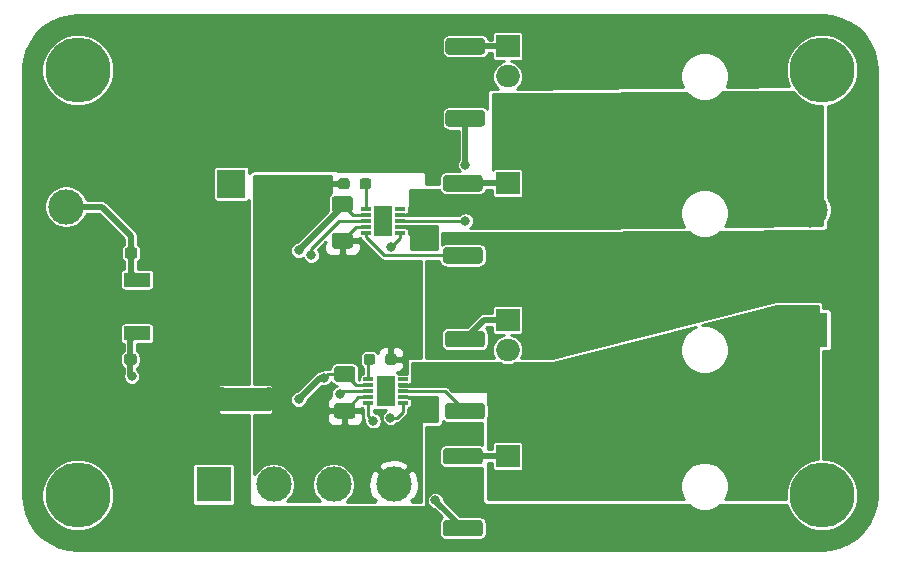
<source format=gtl>
G04 #@! TF.GenerationSoftware,KiCad,Pcbnew,5.1.10*
G04 #@! TF.CreationDate,2021-08-15T22:17:37+12:00*
G04 #@! TF.ProjectId,GateStage,47617465-5374-4616-9765-2e6b69636164,rev?*
G04 #@! TF.SameCoordinates,Original*
G04 #@! TF.FileFunction,Copper,L1,Top*
G04 #@! TF.FilePolarity,Positive*
%FSLAX46Y46*%
G04 Gerber Fmt 4.6, Leading zero omitted, Abs format (unit mm)*
G04 Created by KiCad (PCBNEW 5.1.10) date 2021-08-15 22:17:37*
%MOMM*%
%LPD*%
G01*
G04 APERTURE LIST*
G04 #@! TA.AperFunction,EtchedComponent*
%ADD10C,0.100000*%
G04 #@! TD*
G04 #@! TA.AperFunction,SMDPad,CuDef*
%ADD11R,1.650000X2.600000*%
G04 #@! TD*
G04 #@! TA.AperFunction,SMDPad,CuDef*
%ADD12R,0.850000X0.300000*%
G04 #@! TD*
G04 #@! TA.AperFunction,SMDPad,CuDef*
%ADD13C,2.000000*%
G04 #@! TD*
G04 #@! TA.AperFunction,ComponentPad*
%ADD14C,3.000000*%
G04 #@! TD*
G04 #@! TA.AperFunction,ComponentPad*
%ADD15R,3.000000X3.000000*%
G04 #@! TD*
G04 #@! TA.AperFunction,ComponentPad*
%ADD16C,5.500000*%
G04 #@! TD*
G04 #@! TA.AperFunction,ComponentPad*
%ADD17C,2.400000*%
G04 #@! TD*
G04 #@! TA.AperFunction,ComponentPad*
%ADD18R,2.400000X2.400000*%
G04 #@! TD*
G04 #@! TA.AperFunction,SMDPad,CuDef*
%ADD19R,6.400000X5.800000*%
G04 #@! TD*
G04 #@! TA.AperFunction,SMDPad,CuDef*
%ADD20R,2.200000X1.200000*%
G04 #@! TD*
G04 #@! TA.AperFunction,ComponentPad*
%ADD21O,2.000000X1.905000*%
G04 #@! TD*
G04 #@! TA.AperFunction,ComponentPad*
%ADD22R,2.000000X1.905000*%
G04 #@! TD*
G04 #@! TA.AperFunction,ViaPad*
%ADD23C,0.800000*%
G04 #@! TD*
G04 #@! TA.AperFunction,Conductor*
%ADD24C,0.250000*%
G04 #@! TD*
G04 #@! TA.AperFunction,Conductor*
%ADD25C,0.500000*%
G04 #@! TD*
G04 #@! TA.AperFunction,Conductor*
%ADD26C,0.254000*%
G04 #@! TD*
G04 #@! TA.AperFunction,Conductor*
%ADD27C,0.100000*%
G04 #@! TD*
G04 APERTURE END LIST*
D10*
G36*
X136000000Y-63000000D02*
G01*
X132000000Y-63000000D01*
X132000000Y-61000000D01*
X136000000Y-61000000D01*
X136000000Y-63000000D01*
G37*
G04 #@! TA.AperFunction,SMDPad,CuDef*
G36*
G01*
X148502998Y-47785000D02*
X149803002Y-47785000D01*
G75*
G02*
X150053000Y-48034998I0J-249998D01*
G01*
X150053000Y-48860002D01*
G75*
G02*
X149803002Y-49110000I-249998J0D01*
G01*
X148502998Y-49110000D01*
G75*
G02*
X148253000Y-48860002I0J249998D01*
G01*
X148253000Y-48034998D01*
G75*
G02*
X148502998Y-47785000I249998J0D01*
G01*
G37*
G04 #@! TD.AperFunction*
G04 #@! TA.AperFunction,SMDPad,CuDef*
G36*
G01*
X148502998Y-44660000D02*
X149803002Y-44660000D01*
G75*
G02*
X150053000Y-44909998I0J-249998D01*
G01*
X150053000Y-45735002D01*
G75*
G02*
X149803002Y-45985000I-249998J0D01*
G01*
X148502998Y-45985000D01*
G75*
G02*
X148253000Y-45735002I0J249998D01*
G01*
X148253000Y-44909998D01*
G75*
G02*
X148502998Y-44660000I249998J0D01*
G01*
G37*
G04 #@! TD.AperFunction*
D11*
X145878000Y-61310000D03*
D12*
X144428000Y-62310000D03*
X144428000Y-61810000D03*
X144428000Y-61310000D03*
X144428000Y-60810000D03*
X144428000Y-60310000D03*
X147328000Y-60310000D03*
X147328000Y-60810000D03*
X147328000Y-61310000D03*
X147328000Y-61810000D03*
X147328000Y-62310000D03*
D11*
X145653000Y-46885000D03*
D12*
X144203000Y-47885000D03*
X144203000Y-47385000D03*
X144203000Y-46885000D03*
X144203000Y-46385000D03*
X144203000Y-45885000D03*
X147103000Y-45885000D03*
X147103000Y-46385000D03*
X147103000Y-46885000D03*
X147103000Y-47385000D03*
X147103000Y-47885000D03*
D13*
X181000000Y-61610000D03*
X181200000Y-40610000D03*
G04 #@! TA.AperFunction,SMDPad,CuDef*
G36*
G01*
X151174999Y-62300000D02*
X154025001Y-62300000D01*
G75*
G02*
X154275000Y-62549999I0J-249999D01*
G01*
X154275000Y-63450001D01*
G75*
G02*
X154025001Y-63700000I-249999J0D01*
G01*
X151174999Y-63700000D01*
G75*
G02*
X150925000Y-63450001I0J249999D01*
G01*
X150925000Y-62549999D01*
G75*
G02*
X151174999Y-62300000I249999J0D01*
G01*
G37*
G04 #@! TD.AperFunction*
G04 #@! TA.AperFunction,SMDPad,CuDef*
G36*
G01*
X151174999Y-56200000D02*
X154025001Y-56200000D01*
G75*
G02*
X154275000Y-56449999I0J-249999D01*
G01*
X154275000Y-57350001D01*
G75*
G02*
X154025001Y-57600000I-249999J0D01*
G01*
X151174999Y-57600000D01*
G75*
G02*
X150925000Y-57350001I0J249999D01*
G01*
X150925000Y-56449999D01*
G75*
G02*
X151174999Y-56200000I249999J0D01*
G01*
G37*
G04 #@! TD.AperFunction*
G04 #@! TA.AperFunction,SMDPad,CuDef*
G36*
G01*
X151202999Y-37510000D02*
X154053001Y-37510000D01*
G75*
G02*
X154303000Y-37759999I0J-249999D01*
G01*
X154303000Y-38660001D01*
G75*
G02*
X154053001Y-38910000I-249999J0D01*
G01*
X151202999Y-38910000D01*
G75*
G02*
X150953000Y-38660001I0J249999D01*
G01*
X150953000Y-37759999D01*
G75*
G02*
X151202999Y-37510000I249999J0D01*
G01*
G37*
G04 #@! TD.AperFunction*
G04 #@! TA.AperFunction,SMDPad,CuDef*
G36*
G01*
X151202999Y-31410000D02*
X154053001Y-31410000D01*
G75*
G02*
X154303000Y-31659999I0J-249999D01*
G01*
X154303000Y-32560001D01*
G75*
G02*
X154053001Y-32810000I-249999J0D01*
G01*
X151202999Y-32810000D01*
G75*
G02*
X150953000Y-32560001I0J249999D01*
G01*
X150953000Y-31659999D01*
G75*
G02*
X151202999Y-31410000I249999J0D01*
G01*
G37*
G04 #@! TD.AperFunction*
G04 #@! TA.AperFunction,SMDPad,CuDef*
G36*
G01*
X151002999Y-72210000D02*
X153853001Y-72210000D01*
G75*
G02*
X154103000Y-72459999I0J-249999D01*
G01*
X154103000Y-73360001D01*
G75*
G02*
X153853001Y-73610000I-249999J0D01*
G01*
X151002999Y-73610000D01*
G75*
G02*
X150753000Y-73360001I0J249999D01*
G01*
X150753000Y-72459999D01*
G75*
G02*
X151002999Y-72210000I249999J0D01*
G01*
G37*
G04 #@! TD.AperFunction*
G04 #@! TA.AperFunction,SMDPad,CuDef*
G36*
G01*
X151002999Y-66110000D02*
X153853001Y-66110000D01*
G75*
G02*
X154103000Y-66359999I0J-249999D01*
G01*
X154103000Y-67260001D01*
G75*
G02*
X153853001Y-67510000I-249999J0D01*
G01*
X151002999Y-67510000D01*
G75*
G02*
X150753000Y-67260001I0J249999D01*
G01*
X150753000Y-66359999D01*
G75*
G02*
X151002999Y-66110000I249999J0D01*
G01*
G37*
G04 #@! TD.AperFunction*
G04 #@! TA.AperFunction,SMDPad,CuDef*
G36*
G01*
X151002999Y-49110000D02*
X153853001Y-49110000D01*
G75*
G02*
X154103000Y-49359999I0J-249999D01*
G01*
X154103000Y-50260001D01*
G75*
G02*
X153853001Y-50510000I-249999J0D01*
G01*
X151002999Y-50510000D01*
G75*
G02*
X150753000Y-50260001I0J249999D01*
G01*
X150753000Y-49359999D01*
G75*
G02*
X151002999Y-49110000I249999J0D01*
G01*
G37*
G04 #@! TD.AperFunction*
G04 #@! TA.AperFunction,SMDPad,CuDef*
G36*
G01*
X151002999Y-43010000D02*
X153853001Y-43010000D01*
G75*
G02*
X154103000Y-43259999I0J-249999D01*
G01*
X154103000Y-44160001D01*
G75*
G02*
X153853001Y-44410000I-249999J0D01*
G01*
X151002999Y-44410000D01*
G75*
G02*
X150753000Y-44160001I0J249999D01*
G01*
X150753000Y-43259999D01*
G75*
G02*
X151002999Y-43010000I249999J0D01*
G01*
G37*
G04 #@! TD.AperFunction*
G04 #@! TA.AperFunction,SMDPad,CuDef*
G36*
G01*
X145853000Y-58847500D02*
X145853000Y-58372500D01*
G75*
G02*
X146090500Y-58135000I237500J0D01*
G01*
X146590500Y-58135000D01*
G75*
G02*
X146828000Y-58372500I0J-237500D01*
G01*
X146828000Y-58847500D01*
G75*
G02*
X146590500Y-59085000I-237500J0D01*
G01*
X146090500Y-59085000D01*
G75*
G02*
X145853000Y-58847500I0J237500D01*
G01*
G37*
G04 #@! TD.AperFunction*
G04 #@! TA.AperFunction,SMDPad,CuDef*
G36*
G01*
X144028000Y-58847500D02*
X144028000Y-58372500D01*
G75*
G02*
X144265500Y-58135000I237500J0D01*
G01*
X144765500Y-58135000D01*
G75*
G02*
X145003000Y-58372500I0J-237500D01*
G01*
X145003000Y-58847500D01*
G75*
G02*
X144765500Y-59085000I-237500J0D01*
G01*
X144265500Y-59085000D01*
G75*
G02*
X144028000Y-58847500I0J237500D01*
G01*
G37*
G04 #@! TD.AperFunction*
G04 #@! TA.AperFunction,SMDPad,CuDef*
G36*
G01*
X142837500Y-43512500D02*
X142837500Y-43987500D01*
G75*
G02*
X142600000Y-44225000I-237500J0D01*
G01*
X142100000Y-44225000D01*
G75*
G02*
X141862500Y-43987500I0J237500D01*
G01*
X141862500Y-43512500D01*
G75*
G02*
X142100000Y-43275000I237500J0D01*
G01*
X142600000Y-43275000D01*
G75*
G02*
X142837500Y-43512500I0J-237500D01*
G01*
G37*
G04 #@! TD.AperFunction*
G04 #@! TA.AperFunction,SMDPad,CuDef*
G36*
G01*
X144662500Y-43512500D02*
X144662500Y-43987500D01*
G75*
G02*
X144425000Y-44225000I-237500J0D01*
G01*
X143925000Y-44225000D01*
G75*
G02*
X143687500Y-43987500I0J237500D01*
G01*
X143687500Y-43512500D01*
G75*
G02*
X143925000Y-43275000I237500J0D01*
G01*
X144425000Y-43275000D01*
G75*
G02*
X144662500Y-43512500I0J-237500D01*
G01*
G37*
G04 #@! TD.AperFunction*
X132000000Y-62000000D03*
X136000000Y-62000000D03*
D14*
X181828000Y-45950000D03*
X181828000Y-51030000D03*
D15*
X181828000Y-56110000D03*
D14*
X118828000Y-45690000D03*
D15*
X118828000Y-40610000D03*
D14*
X146560000Y-69200000D03*
D15*
X131320000Y-69200000D03*
D14*
X141480000Y-69200000D03*
X136400000Y-69200000D03*
D16*
X182828000Y-70110000D03*
X119828000Y-70110000D03*
X182828000Y-34110000D03*
X119828000Y-34110000D03*
G04 #@! TA.AperFunction,SMDPad,CuDef*
G36*
G01*
X148577998Y-62310000D02*
X149878002Y-62310000D01*
G75*
G02*
X150128000Y-62559998I0J-249998D01*
G01*
X150128000Y-63385002D01*
G75*
G02*
X149878002Y-63635000I-249998J0D01*
G01*
X148577998Y-63635000D01*
G75*
G02*
X148328000Y-63385002I0J249998D01*
G01*
X148328000Y-62559998D01*
G75*
G02*
X148577998Y-62310000I249998J0D01*
G01*
G37*
G04 #@! TD.AperFunction*
G04 #@! TA.AperFunction,SMDPad,CuDef*
G36*
G01*
X148577998Y-59185000D02*
X149878002Y-59185000D01*
G75*
G02*
X150128000Y-59434998I0J-249998D01*
G01*
X150128000Y-60260002D01*
G75*
G02*
X149878002Y-60510000I-249998J0D01*
G01*
X148577998Y-60510000D01*
G75*
G02*
X148328000Y-60260002I0J249998D01*
G01*
X148328000Y-59434998D01*
G75*
G02*
X148577998Y-59185000I249998J0D01*
G01*
G37*
G04 #@! TD.AperFunction*
G04 #@! TA.AperFunction,SMDPad,CuDef*
G36*
G01*
X142878002Y-46110000D02*
X141577998Y-46110000D01*
G75*
G02*
X141328000Y-45860002I0J249998D01*
G01*
X141328000Y-45034998D01*
G75*
G02*
X141577998Y-44785000I249998J0D01*
G01*
X142878002Y-44785000D01*
G75*
G02*
X143128000Y-45034998I0J-249998D01*
G01*
X143128000Y-45860002D01*
G75*
G02*
X142878002Y-46110000I-249998J0D01*
G01*
G37*
G04 #@! TD.AperFunction*
G04 #@! TA.AperFunction,SMDPad,CuDef*
G36*
G01*
X142878002Y-49235000D02*
X141577998Y-49235000D01*
G75*
G02*
X141328000Y-48985002I0J249998D01*
G01*
X141328000Y-48159998D01*
G75*
G02*
X141577998Y-47910000I249998J0D01*
G01*
X142878002Y-47910000D01*
G75*
G02*
X143128000Y-48159998I0J-249998D01*
G01*
X143128000Y-48985002D01*
G75*
G02*
X142878002Y-49235000I-249998J0D01*
G01*
G37*
G04 #@! TD.AperFunction*
G04 #@! TA.AperFunction,SMDPad,CuDef*
G36*
G01*
X143078002Y-60510000D02*
X141777998Y-60510000D01*
G75*
G02*
X141528000Y-60260002I0J249998D01*
G01*
X141528000Y-59434998D01*
G75*
G02*
X141777998Y-59185000I249998J0D01*
G01*
X143078002Y-59185000D01*
G75*
G02*
X143328000Y-59434998I0J-249998D01*
G01*
X143328000Y-60260002D01*
G75*
G02*
X143078002Y-60510000I-249998J0D01*
G01*
G37*
G04 #@! TD.AperFunction*
G04 #@! TA.AperFunction,SMDPad,CuDef*
G36*
G01*
X143078002Y-63635000D02*
X141777998Y-63635000D01*
G75*
G02*
X141528000Y-63385002I0J249998D01*
G01*
X141528000Y-62559998D01*
G75*
G02*
X141777998Y-62310000I249998J0D01*
G01*
X143078002Y-62310000D01*
G75*
G02*
X143328000Y-62559998I0J-249998D01*
G01*
X143328000Y-63385002D01*
G75*
G02*
X143078002Y-63635000I-249998J0D01*
G01*
G37*
G04 #@! TD.AperFunction*
D17*
X132828000Y-36250000D03*
D18*
X132828000Y-43750000D03*
G04 #@! TA.AperFunction,SMDPad,CuDef*
G36*
G01*
X125515500Y-49847500D02*
X125515500Y-49372500D01*
G75*
G02*
X125753000Y-49135000I237500J0D01*
G01*
X126353000Y-49135000D01*
G75*
G02*
X126590500Y-49372500I0J-237500D01*
G01*
X126590500Y-49847500D01*
G75*
G02*
X126353000Y-50085000I-237500J0D01*
G01*
X125753000Y-50085000D01*
G75*
G02*
X125515500Y-49847500I0J237500D01*
G01*
G37*
G04 #@! TD.AperFunction*
G04 #@! TA.AperFunction,SMDPad,CuDef*
G36*
G01*
X123790500Y-49847500D02*
X123790500Y-49372500D01*
G75*
G02*
X124028000Y-49135000I237500J0D01*
G01*
X124628000Y-49135000D01*
G75*
G02*
X124865500Y-49372500I0J-237500D01*
G01*
X124865500Y-49847500D01*
G75*
G02*
X124628000Y-50085000I-237500J0D01*
G01*
X124028000Y-50085000D01*
G75*
G02*
X123790500Y-49847500I0J237500D01*
G01*
G37*
G04 #@! TD.AperFunction*
G04 #@! TA.AperFunction,SMDPad,CuDef*
G36*
G01*
X125465500Y-58847500D02*
X125465500Y-58372500D01*
G75*
G02*
X125703000Y-58135000I237500J0D01*
G01*
X126303000Y-58135000D01*
G75*
G02*
X126540500Y-58372500I0J-237500D01*
G01*
X126540500Y-58847500D01*
G75*
G02*
X126303000Y-59085000I-237500J0D01*
G01*
X125703000Y-59085000D01*
G75*
G02*
X125465500Y-58847500I0J237500D01*
G01*
G37*
G04 #@! TD.AperFunction*
G04 #@! TA.AperFunction,SMDPad,CuDef*
G36*
G01*
X123740500Y-58847500D02*
X123740500Y-58372500D01*
G75*
G02*
X123978000Y-58135000I237500J0D01*
G01*
X124578000Y-58135000D01*
G75*
G02*
X124815500Y-58372500I0J-237500D01*
G01*
X124815500Y-58847500D01*
G75*
G02*
X124578000Y-59085000I-237500J0D01*
G01*
X123978000Y-59085000D01*
G75*
G02*
X123740500Y-58847500I0J237500D01*
G01*
G37*
G04 #@! TD.AperFunction*
D19*
X131153000Y-54135000D03*
D20*
X124853000Y-56415000D03*
X124853000Y-51855000D03*
D21*
X156228000Y-71890000D03*
X156228000Y-69350000D03*
D22*
X156228000Y-66810000D03*
D21*
X156228000Y-60340000D03*
X156228000Y-57800000D03*
D22*
X156228000Y-55260000D03*
D21*
X156228000Y-48790000D03*
X156228000Y-46250000D03*
D22*
X156228000Y-43710000D03*
D21*
X156228000Y-37190000D03*
X156228000Y-34650000D03*
D22*
X156228000Y-32110000D03*
D23*
X138512252Y-49387252D03*
X146325000Y-49085000D03*
X146296653Y-63553347D03*
X140675000Y-60175000D03*
X138512252Y-62007748D03*
X124400000Y-60050000D03*
X139600000Y-49810000D03*
X141987405Y-61537405D03*
X144823959Y-63823959D03*
X150100000Y-70550000D03*
X152650000Y-42150000D03*
X152650000Y-46885000D03*
D24*
X132000000Y-62000000D02*
X131100000Y-62000000D01*
X131100000Y-62000000D02*
X130250000Y-61150000D01*
X130250000Y-55038000D02*
X131153000Y-54135000D01*
X130250000Y-61150000D02*
X130250000Y-55038000D01*
D25*
X118828000Y-45690000D02*
X121840000Y-45690000D01*
X124328000Y-48178000D02*
X124328000Y-49610000D01*
X121840000Y-45690000D02*
X124328000Y-48178000D01*
X124328000Y-51330000D02*
X124853000Y-51855000D01*
X124328000Y-49610000D02*
X124328000Y-51330000D01*
D24*
X143165500Y-46385000D02*
X144203000Y-46385000D01*
X142228000Y-45447500D02*
X143165500Y-46385000D01*
X143390500Y-60810000D02*
X144428000Y-60810000D01*
X142428000Y-59847500D02*
X143390500Y-60810000D01*
D25*
X124278000Y-56990000D02*
X124853000Y-56415000D01*
X124278000Y-58610000D02*
X124278000Y-56990000D01*
X142228000Y-45671504D02*
X138512252Y-49387252D01*
X142228000Y-45447500D02*
X142228000Y-45671504D01*
D24*
X147103000Y-48307000D02*
X146325000Y-49085000D01*
X147103000Y-47885000D02*
X147103000Y-48307000D01*
X147328000Y-62310000D02*
X147328000Y-63097000D01*
X146871653Y-63553347D02*
X146296653Y-63553347D01*
X147328000Y-63097000D02*
X146871653Y-63553347D01*
X141002500Y-59847500D02*
X140675000Y-60175000D01*
X142428000Y-59847500D02*
X141002500Y-59847500D01*
D25*
X140345000Y-60175000D02*
X138512252Y-62007748D01*
X140675000Y-60175000D02*
X140345000Y-60175000D01*
X124278000Y-59928000D02*
X124400000Y-60050000D01*
X124278000Y-58610000D02*
X124278000Y-59928000D01*
D24*
X143590500Y-61810000D02*
X142428000Y-62972500D01*
X144428000Y-61810000D02*
X143590500Y-61810000D01*
X143415500Y-47385000D02*
X142228000Y-48572500D01*
X144203000Y-47385000D02*
X143415500Y-47385000D01*
X136972500Y-62972500D02*
X142428000Y-62972500D01*
X136000000Y-62000000D02*
X136972500Y-62972500D01*
X139600000Y-49244315D02*
X141959315Y-46885000D01*
X141959315Y-46885000D02*
X144203000Y-46885000D01*
X139600000Y-49810000D02*
X139600000Y-49244315D01*
X144203000Y-43778000D02*
X144175000Y-43750000D01*
X144203000Y-45885000D02*
X144203000Y-43778000D01*
X142214810Y-61310000D02*
X144428000Y-61310000D01*
X141987405Y-61537405D02*
X142214810Y-61310000D01*
X144428000Y-58697500D02*
X144515500Y-58610000D01*
X144428000Y-60310000D02*
X144428000Y-58697500D01*
D25*
X152628000Y-32110000D02*
X156228000Y-32110000D01*
X156228000Y-43710000D02*
X152428000Y-43710000D01*
X154240000Y-55260000D02*
X152600000Y-56900000D01*
X156228000Y-55260000D02*
X154240000Y-55260000D01*
X152428000Y-66810000D02*
X156228000Y-66810000D01*
D24*
X145728000Y-49810000D02*
X152428000Y-49810000D01*
X144203000Y-48285000D02*
X145728000Y-49810000D01*
X144203000Y-47885000D02*
X144203000Y-48285000D01*
X144428000Y-63428000D02*
X144823959Y-63823959D01*
X144428000Y-62310000D02*
X144428000Y-63428000D01*
D25*
X150100000Y-70582000D02*
X152428000Y-72910000D01*
X150100000Y-70550000D02*
X150100000Y-70582000D01*
D24*
X147103000Y-46885000D02*
X152650000Y-46885000D01*
D25*
X152650000Y-38232000D02*
X152628000Y-38210000D01*
X152650000Y-42150000D02*
X152650000Y-38232000D01*
D24*
X150910000Y-61310000D02*
X152600000Y-63000000D01*
X147328000Y-61310000D02*
X150910000Y-61310000D01*
D26*
X150201000Y-49283000D02*
X148055000Y-49283000D01*
X148055000Y-48110000D01*
X148052560Y-48085224D01*
X148045333Y-48061399D01*
X148033597Y-48039443D01*
X148017803Y-48020197D01*
X147998557Y-48004403D01*
X147976601Y-47992667D01*
X147952776Y-47985440D01*
X147928000Y-47983000D01*
X147856582Y-47983000D01*
X147856582Y-47735000D01*
X147850268Y-47670897D01*
X147831570Y-47609257D01*
X147801206Y-47552450D01*
X147760343Y-47502657D01*
X147710550Y-47461794D01*
X147653743Y-47431430D01*
X147592103Y-47412732D01*
X147528000Y-47406418D01*
X146806582Y-47406418D01*
X146806582Y-47363582D01*
X147528000Y-47363582D01*
X147592103Y-47357268D01*
X147653743Y-47338570D01*
X147656680Y-47337000D01*
X150201000Y-47337000D01*
X150201000Y-49283000D01*
G04 #@! TA.AperFunction,Conductor*
D27*
G36*
X150201000Y-49283000D02*
G01*
X148055000Y-49283000D01*
X148055000Y-48110000D01*
X148052560Y-48085224D01*
X148045333Y-48061399D01*
X148033597Y-48039443D01*
X148017803Y-48020197D01*
X147998557Y-48004403D01*
X147976601Y-47992667D01*
X147952776Y-47985440D01*
X147928000Y-47983000D01*
X147856582Y-47983000D01*
X147856582Y-47735000D01*
X147850268Y-47670897D01*
X147831570Y-47609257D01*
X147801206Y-47552450D01*
X147760343Y-47502657D01*
X147710550Y-47461794D01*
X147653743Y-47431430D01*
X147592103Y-47412732D01*
X147528000Y-47406418D01*
X146806582Y-47406418D01*
X146806582Y-47363582D01*
X147528000Y-47363582D01*
X147592103Y-47357268D01*
X147653743Y-47338570D01*
X147656680Y-47337000D01*
X150201000Y-47337000D01*
X150201000Y-49283000D01*
G37*
G04 #@! TD.AperFunction*
D26*
X180437938Y-36071473D02*
X180866527Y-36500062D01*
X181370494Y-36836802D01*
X181930472Y-37068752D01*
X182524942Y-37187000D01*
X182873000Y-37187000D01*
X182873000Y-47274115D01*
X174653246Y-47346625D01*
X174728614Y-47233829D01*
X174885182Y-46855839D01*
X174965000Y-46454567D01*
X174965000Y-46045433D01*
X174885182Y-45644161D01*
X174728614Y-45266171D01*
X174501311Y-44925989D01*
X174212011Y-44636689D01*
X173871829Y-44409386D01*
X173493839Y-44252818D01*
X173092567Y-44173000D01*
X172683433Y-44173000D01*
X172282161Y-44252818D01*
X171904171Y-44409386D01*
X171563989Y-44636689D01*
X171274689Y-44925989D01*
X171047386Y-45266171D01*
X170890818Y-45644161D01*
X170811000Y-46045433D01*
X170811000Y-46454567D01*
X170890818Y-46855839D01*
X171047386Y-47233829D01*
X171143442Y-47377587D01*
X160326880Y-47473005D01*
X160302126Y-47475664D01*
X160278689Y-47483000D01*
X153063596Y-47483000D01*
X153113436Y-47449698D01*
X153214698Y-47348436D01*
X153294259Y-47229364D01*
X153349062Y-47097058D01*
X153377000Y-46956603D01*
X153377000Y-46813397D01*
X153349062Y-46672942D01*
X153294259Y-46540636D01*
X153214698Y-46421564D01*
X153113436Y-46320302D01*
X152994364Y-46240741D01*
X152862058Y-46185938D01*
X152721603Y-46158000D01*
X152578397Y-46158000D01*
X152437942Y-46185938D01*
X152305636Y-46240741D01*
X152186564Y-46320302D01*
X152085302Y-46421564D01*
X152077661Y-46433000D01*
X147656680Y-46433000D01*
X147653743Y-46431430D01*
X147592103Y-46412732D01*
X147528000Y-46406418D01*
X146955000Y-46406418D01*
X146955000Y-46363582D01*
X147528000Y-46363582D01*
X147592103Y-46357268D01*
X147653743Y-46338570D01*
X147710550Y-46308206D01*
X147760343Y-46267343D01*
X147801206Y-46217550D01*
X147831570Y-46160743D01*
X147850268Y-46099103D01*
X147856582Y-46035000D01*
X147856582Y-45735000D01*
X147856430Y-45733452D01*
X147876601Y-45727333D01*
X147898557Y-45715597D01*
X147917803Y-45699803D01*
X147933597Y-45680557D01*
X147945333Y-45658601D01*
X147952560Y-45634776D01*
X147955000Y-45610000D01*
X147955000Y-44237000D01*
X150432002Y-44237000D01*
X150435535Y-44272877D01*
X150468460Y-44381414D01*
X150521926Y-44481443D01*
X150593880Y-44569120D01*
X150681557Y-44641074D01*
X150781586Y-44694540D01*
X150890123Y-44727465D01*
X151002999Y-44738582D01*
X153853001Y-44738582D01*
X153965877Y-44727465D01*
X154074414Y-44694540D01*
X154174443Y-44641074D01*
X154262120Y-44569120D01*
X154334074Y-44481443D01*
X154387540Y-44381414D01*
X154416181Y-44287000D01*
X154899418Y-44287000D01*
X154899418Y-44662500D01*
X154905732Y-44726603D01*
X154924430Y-44788243D01*
X154954794Y-44845050D01*
X154995657Y-44894843D01*
X155045450Y-44935706D01*
X155102257Y-44966070D01*
X155163897Y-44984768D01*
X155228000Y-44991082D01*
X157228000Y-44991082D01*
X157292103Y-44984768D01*
X157353743Y-44966070D01*
X157410550Y-44935706D01*
X157460343Y-44894843D01*
X157501206Y-44845050D01*
X157531570Y-44788243D01*
X157550268Y-44726603D01*
X157556582Y-44662500D01*
X157556582Y-42757500D01*
X157550268Y-42693397D01*
X157531570Y-42631757D01*
X157501206Y-42574950D01*
X157460343Y-42525157D01*
X157410550Y-42484294D01*
X157353743Y-42453930D01*
X157292103Y-42435232D01*
X157228000Y-42428918D01*
X155228000Y-42428918D01*
X155163897Y-42435232D01*
X155102257Y-42453930D01*
X155045450Y-42484294D01*
X154995657Y-42525157D01*
X154955000Y-42574699D01*
X154955000Y-36137000D01*
X160000000Y-36137000D01*
X160024776Y-36134560D01*
X160048601Y-36127333D01*
X160050029Y-36126570D01*
X171329168Y-36028490D01*
X171563989Y-36263311D01*
X171904171Y-36490614D01*
X172282161Y-36647182D01*
X172683433Y-36727000D01*
X173092567Y-36727000D01*
X173493839Y-36647182D01*
X173871829Y-36490614D01*
X174212011Y-36263311D01*
X174474180Y-36001142D01*
X180356765Y-35949989D01*
X180437938Y-36071473D01*
G04 #@! TA.AperFunction,Conductor*
D27*
G36*
X180437938Y-36071473D02*
G01*
X180866527Y-36500062D01*
X181370494Y-36836802D01*
X181930472Y-37068752D01*
X182524942Y-37187000D01*
X182873000Y-37187000D01*
X182873000Y-47274115D01*
X174653246Y-47346625D01*
X174728614Y-47233829D01*
X174885182Y-46855839D01*
X174965000Y-46454567D01*
X174965000Y-46045433D01*
X174885182Y-45644161D01*
X174728614Y-45266171D01*
X174501311Y-44925989D01*
X174212011Y-44636689D01*
X173871829Y-44409386D01*
X173493839Y-44252818D01*
X173092567Y-44173000D01*
X172683433Y-44173000D01*
X172282161Y-44252818D01*
X171904171Y-44409386D01*
X171563989Y-44636689D01*
X171274689Y-44925989D01*
X171047386Y-45266171D01*
X170890818Y-45644161D01*
X170811000Y-46045433D01*
X170811000Y-46454567D01*
X170890818Y-46855839D01*
X171047386Y-47233829D01*
X171143442Y-47377587D01*
X160326880Y-47473005D01*
X160302126Y-47475664D01*
X160278689Y-47483000D01*
X153063596Y-47483000D01*
X153113436Y-47449698D01*
X153214698Y-47348436D01*
X153294259Y-47229364D01*
X153349062Y-47097058D01*
X153377000Y-46956603D01*
X153377000Y-46813397D01*
X153349062Y-46672942D01*
X153294259Y-46540636D01*
X153214698Y-46421564D01*
X153113436Y-46320302D01*
X152994364Y-46240741D01*
X152862058Y-46185938D01*
X152721603Y-46158000D01*
X152578397Y-46158000D01*
X152437942Y-46185938D01*
X152305636Y-46240741D01*
X152186564Y-46320302D01*
X152085302Y-46421564D01*
X152077661Y-46433000D01*
X147656680Y-46433000D01*
X147653743Y-46431430D01*
X147592103Y-46412732D01*
X147528000Y-46406418D01*
X146955000Y-46406418D01*
X146955000Y-46363582D01*
X147528000Y-46363582D01*
X147592103Y-46357268D01*
X147653743Y-46338570D01*
X147710550Y-46308206D01*
X147760343Y-46267343D01*
X147801206Y-46217550D01*
X147831570Y-46160743D01*
X147850268Y-46099103D01*
X147856582Y-46035000D01*
X147856582Y-45735000D01*
X147856430Y-45733452D01*
X147876601Y-45727333D01*
X147898557Y-45715597D01*
X147917803Y-45699803D01*
X147933597Y-45680557D01*
X147945333Y-45658601D01*
X147952560Y-45634776D01*
X147955000Y-45610000D01*
X147955000Y-44237000D01*
X150432002Y-44237000D01*
X150435535Y-44272877D01*
X150468460Y-44381414D01*
X150521926Y-44481443D01*
X150593880Y-44569120D01*
X150681557Y-44641074D01*
X150781586Y-44694540D01*
X150890123Y-44727465D01*
X151002999Y-44738582D01*
X153853001Y-44738582D01*
X153965877Y-44727465D01*
X154074414Y-44694540D01*
X154174443Y-44641074D01*
X154262120Y-44569120D01*
X154334074Y-44481443D01*
X154387540Y-44381414D01*
X154416181Y-44287000D01*
X154899418Y-44287000D01*
X154899418Y-44662500D01*
X154905732Y-44726603D01*
X154924430Y-44788243D01*
X154954794Y-44845050D01*
X154995657Y-44894843D01*
X155045450Y-44935706D01*
X155102257Y-44966070D01*
X155163897Y-44984768D01*
X155228000Y-44991082D01*
X157228000Y-44991082D01*
X157292103Y-44984768D01*
X157353743Y-44966070D01*
X157410550Y-44935706D01*
X157460343Y-44894843D01*
X157501206Y-44845050D01*
X157531570Y-44788243D01*
X157550268Y-44726603D01*
X157556582Y-44662500D01*
X157556582Y-42757500D01*
X157550268Y-42693397D01*
X157531570Y-42631757D01*
X157501206Y-42574950D01*
X157460343Y-42525157D01*
X157410550Y-42484294D01*
X157353743Y-42453930D01*
X157292103Y-42435232D01*
X157228000Y-42428918D01*
X155228000Y-42428918D01*
X155163897Y-42435232D01*
X155102257Y-42453930D01*
X155045450Y-42484294D01*
X154995657Y-42525157D01*
X154955000Y-42574699D01*
X154955000Y-36137000D01*
X160000000Y-36137000D01*
X160024776Y-36134560D01*
X160048601Y-36127333D01*
X160050029Y-36126570D01*
X171329168Y-36028490D01*
X171563989Y-36263311D01*
X171904171Y-36490614D01*
X172282161Y-36647182D01*
X172683433Y-36727000D01*
X173092567Y-36727000D01*
X173493839Y-36647182D01*
X173871829Y-36490614D01*
X174212011Y-36263311D01*
X174474180Y-36001142D01*
X180356765Y-35949989D01*
X180437938Y-36071473D01*
G37*
G04 #@! TD.AperFunction*
D26*
X182473000Y-67043332D02*
X181930472Y-67151248D01*
X181370494Y-67383198D01*
X180866527Y-67719938D01*
X180437938Y-68148527D01*
X180101198Y-68652494D01*
X179869248Y-69212472D01*
X179751000Y-69806942D01*
X179751000Y-70413058D01*
X179762923Y-70473000D01*
X174635623Y-70473000D01*
X174728614Y-70333829D01*
X174885182Y-69955839D01*
X174965000Y-69554567D01*
X174965000Y-69145433D01*
X174885182Y-68744161D01*
X174728614Y-68366171D01*
X174501311Y-68025989D01*
X174212011Y-67736689D01*
X173871829Y-67509386D01*
X173493839Y-67352818D01*
X173092567Y-67273000D01*
X172683433Y-67273000D01*
X172282161Y-67352818D01*
X171904171Y-67509386D01*
X171563989Y-67736689D01*
X171274689Y-68025989D01*
X171047386Y-68366171D01*
X170890818Y-68744161D01*
X170811000Y-69145433D01*
X170811000Y-69554567D01*
X170890818Y-69955839D01*
X171047386Y-70333829D01*
X171140377Y-70473000D01*
X154527000Y-70473000D01*
X154527000Y-67387000D01*
X154899418Y-67387000D01*
X154899418Y-67762500D01*
X154905732Y-67826603D01*
X154924430Y-67888243D01*
X154954794Y-67945050D01*
X154995657Y-67994843D01*
X155045450Y-68035706D01*
X155102257Y-68066070D01*
X155163897Y-68084768D01*
X155228000Y-68091082D01*
X157228000Y-68091082D01*
X157292103Y-68084768D01*
X157353743Y-68066070D01*
X157410550Y-68035706D01*
X157460343Y-67994843D01*
X157501206Y-67945050D01*
X157531570Y-67888243D01*
X157550268Y-67826603D01*
X157556582Y-67762500D01*
X157556582Y-65857500D01*
X157550268Y-65793397D01*
X157531570Y-65731757D01*
X157501206Y-65674950D01*
X157460343Y-65625157D01*
X157410550Y-65584294D01*
X157353743Y-65553930D01*
X157292103Y-65535232D01*
X157228000Y-65528918D01*
X155228000Y-65528918D01*
X155163897Y-65535232D01*
X155102257Y-65553930D01*
X155045450Y-65584294D01*
X154995657Y-65625157D01*
X154954794Y-65674950D01*
X154924430Y-65731757D01*
X154905732Y-65793397D01*
X154899418Y-65857500D01*
X154899418Y-66233000D01*
X154527000Y-66233000D01*
X154527000Y-63732293D01*
X154559540Y-63671414D01*
X154592465Y-63562877D01*
X154603582Y-63450001D01*
X154603582Y-62549999D01*
X154592465Y-62437123D01*
X154559540Y-62328586D01*
X154527000Y-62267707D01*
X154527000Y-61400000D01*
X154524560Y-61375224D01*
X154517333Y-61351399D01*
X154505597Y-61329443D01*
X154489803Y-61310197D01*
X154470557Y-61294403D01*
X154448601Y-61282667D01*
X154424776Y-61275440D01*
X154400000Y-61273000D01*
X151512223Y-61273000D01*
X151245323Y-61006100D01*
X151231159Y-60988841D01*
X151162333Y-60932357D01*
X151083810Y-60890386D01*
X150998607Y-60864540D01*
X150932205Y-60858000D01*
X150910000Y-60855813D01*
X150887795Y-60858000D01*
X147881680Y-60858000D01*
X147878743Y-60856430D01*
X147817103Y-60837732D01*
X147753000Y-60831418D01*
X147031582Y-60831418D01*
X147031582Y-60788582D01*
X147753000Y-60788582D01*
X147817103Y-60782268D01*
X147878743Y-60763570D01*
X147935550Y-60733206D01*
X147943112Y-60727000D01*
X148000000Y-60727000D01*
X148024776Y-60724560D01*
X148048601Y-60717333D01*
X148070557Y-60705597D01*
X148089803Y-60689803D01*
X148105597Y-60670557D01*
X148117333Y-60648601D01*
X148124560Y-60624776D01*
X148127000Y-60600000D01*
X148127000Y-58927000D01*
X155574697Y-58927000D01*
X155688488Y-58987823D01*
X155929674Y-59060986D01*
X156117651Y-59079500D01*
X156338349Y-59079500D01*
X156526326Y-59060986D01*
X156767512Y-58987823D01*
X156881303Y-58927000D01*
X160000000Y-58927000D01*
X160031107Y-58923131D01*
X172125522Y-55867700D01*
X171904171Y-55959386D01*
X171563989Y-56186689D01*
X171274689Y-56475989D01*
X171047386Y-56816171D01*
X170890818Y-57194161D01*
X170811000Y-57595433D01*
X170811000Y-58004567D01*
X170890818Y-58405839D01*
X171047386Y-58783829D01*
X171274689Y-59124011D01*
X171563989Y-59413311D01*
X171904171Y-59640614D01*
X172282161Y-59797182D01*
X172683433Y-59877000D01*
X173092567Y-59877000D01*
X173493839Y-59797182D01*
X173871829Y-59640614D01*
X174212011Y-59413311D01*
X174501311Y-59124011D01*
X174728614Y-58783829D01*
X174885182Y-58405839D01*
X174965000Y-58004567D01*
X174965000Y-57595433D01*
X174885182Y-57194161D01*
X174728614Y-56816171D01*
X174501311Y-56475989D01*
X174212011Y-56186689D01*
X173871829Y-55959386D01*
X173493839Y-55802818D01*
X173092567Y-55723000D01*
X172698292Y-55723000D01*
X179015792Y-54127000D01*
X182473000Y-54127000D01*
X182473000Y-67043332D01*
G04 #@! TA.AperFunction,Conductor*
D27*
G36*
X182473000Y-67043332D02*
G01*
X181930472Y-67151248D01*
X181370494Y-67383198D01*
X180866527Y-67719938D01*
X180437938Y-68148527D01*
X180101198Y-68652494D01*
X179869248Y-69212472D01*
X179751000Y-69806942D01*
X179751000Y-70413058D01*
X179762923Y-70473000D01*
X174635623Y-70473000D01*
X174728614Y-70333829D01*
X174885182Y-69955839D01*
X174965000Y-69554567D01*
X174965000Y-69145433D01*
X174885182Y-68744161D01*
X174728614Y-68366171D01*
X174501311Y-68025989D01*
X174212011Y-67736689D01*
X173871829Y-67509386D01*
X173493839Y-67352818D01*
X173092567Y-67273000D01*
X172683433Y-67273000D01*
X172282161Y-67352818D01*
X171904171Y-67509386D01*
X171563989Y-67736689D01*
X171274689Y-68025989D01*
X171047386Y-68366171D01*
X170890818Y-68744161D01*
X170811000Y-69145433D01*
X170811000Y-69554567D01*
X170890818Y-69955839D01*
X171047386Y-70333829D01*
X171140377Y-70473000D01*
X154527000Y-70473000D01*
X154527000Y-67387000D01*
X154899418Y-67387000D01*
X154899418Y-67762500D01*
X154905732Y-67826603D01*
X154924430Y-67888243D01*
X154954794Y-67945050D01*
X154995657Y-67994843D01*
X155045450Y-68035706D01*
X155102257Y-68066070D01*
X155163897Y-68084768D01*
X155228000Y-68091082D01*
X157228000Y-68091082D01*
X157292103Y-68084768D01*
X157353743Y-68066070D01*
X157410550Y-68035706D01*
X157460343Y-67994843D01*
X157501206Y-67945050D01*
X157531570Y-67888243D01*
X157550268Y-67826603D01*
X157556582Y-67762500D01*
X157556582Y-65857500D01*
X157550268Y-65793397D01*
X157531570Y-65731757D01*
X157501206Y-65674950D01*
X157460343Y-65625157D01*
X157410550Y-65584294D01*
X157353743Y-65553930D01*
X157292103Y-65535232D01*
X157228000Y-65528918D01*
X155228000Y-65528918D01*
X155163897Y-65535232D01*
X155102257Y-65553930D01*
X155045450Y-65584294D01*
X154995657Y-65625157D01*
X154954794Y-65674950D01*
X154924430Y-65731757D01*
X154905732Y-65793397D01*
X154899418Y-65857500D01*
X154899418Y-66233000D01*
X154527000Y-66233000D01*
X154527000Y-63732293D01*
X154559540Y-63671414D01*
X154592465Y-63562877D01*
X154603582Y-63450001D01*
X154603582Y-62549999D01*
X154592465Y-62437123D01*
X154559540Y-62328586D01*
X154527000Y-62267707D01*
X154527000Y-61400000D01*
X154524560Y-61375224D01*
X154517333Y-61351399D01*
X154505597Y-61329443D01*
X154489803Y-61310197D01*
X154470557Y-61294403D01*
X154448601Y-61282667D01*
X154424776Y-61275440D01*
X154400000Y-61273000D01*
X151512223Y-61273000D01*
X151245323Y-61006100D01*
X151231159Y-60988841D01*
X151162333Y-60932357D01*
X151083810Y-60890386D01*
X150998607Y-60864540D01*
X150932205Y-60858000D01*
X150910000Y-60855813D01*
X150887795Y-60858000D01*
X147881680Y-60858000D01*
X147878743Y-60856430D01*
X147817103Y-60837732D01*
X147753000Y-60831418D01*
X147031582Y-60831418D01*
X147031582Y-60788582D01*
X147753000Y-60788582D01*
X147817103Y-60782268D01*
X147878743Y-60763570D01*
X147935550Y-60733206D01*
X147943112Y-60727000D01*
X148000000Y-60727000D01*
X148024776Y-60724560D01*
X148048601Y-60717333D01*
X148070557Y-60705597D01*
X148089803Y-60689803D01*
X148105597Y-60670557D01*
X148117333Y-60648601D01*
X148124560Y-60624776D01*
X148127000Y-60600000D01*
X148127000Y-58927000D01*
X155574697Y-58927000D01*
X155688488Y-58987823D01*
X155929674Y-59060986D01*
X156117651Y-59079500D01*
X156338349Y-59079500D01*
X156526326Y-59060986D01*
X156767512Y-58987823D01*
X156881303Y-58927000D01*
X160000000Y-58927000D01*
X160031107Y-58923131D01*
X172125522Y-55867700D01*
X171904171Y-55959386D01*
X171563989Y-56186689D01*
X171274689Y-56475989D01*
X171047386Y-56816171D01*
X170890818Y-57194161D01*
X170811000Y-57595433D01*
X170811000Y-58004567D01*
X170890818Y-58405839D01*
X171047386Y-58783829D01*
X171274689Y-59124011D01*
X171563989Y-59413311D01*
X171904171Y-59640614D01*
X172282161Y-59797182D01*
X172683433Y-59877000D01*
X173092567Y-59877000D01*
X173493839Y-59797182D01*
X173871829Y-59640614D01*
X174212011Y-59413311D01*
X174501311Y-59124011D01*
X174728614Y-58783829D01*
X174885182Y-58405839D01*
X174965000Y-58004567D01*
X174965000Y-57595433D01*
X174885182Y-57194161D01*
X174728614Y-56816171D01*
X174501311Y-56475989D01*
X174212011Y-56186689D01*
X173871829Y-55959386D01*
X173493839Y-55802818D01*
X173092567Y-55723000D01*
X172698292Y-55723000D01*
X179015792Y-54127000D01*
X182473000Y-54127000D01*
X182473000Y-67043332D01*
G37*
G04 #@! TD.AperFunction*
D26*
X150273000Y-63873000D02*
X148127000Y-63873000D01*
X148127000Y-62000000D01*
X148124560Y-61975224D01*
X148117333Y-61951399D01*
X148105597Y-61929443D01*
X148089803Y-61910197D01*
X148070557Y-61894403D01*
X148048601Y-61882667D01*
X148024776Y-61875440D01*
X148000000Y-61873000D01*
X147909743Y-61873000D01*
X147878743Y-61856430D01*
X147817103Y-61837732D01*
X147753000Y-61831418D01*
X147031582Y-61831418D01*
X147031582Y-61788582D01*
X147753000Y-61788582D01*
X147817103Y-61782268D01*
X147878743Y-61763570D01*
X147881680Y-61762000D01*
X150273000Y-61762000D01*
X150273000Y-63873000D01*
G04 #@! TA.AperFunction,Conductor*
D27*
G36*
X150273000Y-63873000D02*
G01*
X148127000Y-63873000D01*
X148127000Y-62000000D01*
X148124560Y-61975224D01*
X148117333Y-61951399D01*
X148105597Y-61929443D01*
X148089803Y-61910197D01*
X148070557Y-61894403D01*
X148048601Y-61882667D01*
X148024776Y-61875440D01*
X148000000Y-61873000D01*
X147909743Y-61873000D01*
X147878743Y-61856430D01*
X147817103Y-61837732D01*
X147753000Y-61831418D01*
X147031582Y-61831418D01*
X147031582Y-61788582D01*
X147753000Y-61788582D01*
X147817103Y-61782268D01*
X147878743Y-61763570D01*
X147881680Y-61762000D01*
X150273000Y-61762000D01*
X150273000Y-63873000D01*
G37*
G04 #@! TD.AperFunction*
D26*
X183650842Y-29536835D02*
X184447675Y-29754824D01*
X185193312Y-30110476D01*
X185864187Y-30592548D01*
X186439087Y-31185798D01*
X186899846Y-31871481D01*
X187231902Y-32627924D01*
X187425404Y-33433916D01*
X187476000Y-34122911D01*
X187476001Y-70094317D01*
X187401165Y-70932842D01*
X187183176Y-71729673D01*
X186827523Y-72475315D01*
X186345452Y-73146187D01*
X185752202Y-73721087D01*
X185066519Y-74181846D01*
X184310076Y-74513902D01*
X183504084Y-74707404D01*
X182815089Y-74758000D01*
X119843672Y-74758000D01*
X119005158Y-74683165D01*
X118208327Y-74465176D01*
X117462685Y-74109523D01*
X116791813Y-73627452D01*
X116216913Y-73034202D01*
X115756154Y-72348519D01*
X115424098Y-71592076D01*
X115230596Y-70786084D01*
X115180000Y-70097089D01*
X115180000Y-69806942D01*
X116751000Y-69806942D01*
X116751000Y-70413058D01*
X116869248Y-71007528D01*
X117101198Y-71567506D01*
X117437938Y-72071473D01*
X117866527Y-72500062D01*
X118370494Y-72836802D01*
X118930472Y-73068752D01*
X119524942Y-73187000D01*
X120131058Y-73187000D01*
X120725528Y-73068752D01*
X121285506Y-72836802D01*
X121789473Y-72500062D01*
X122218062Y-72071473D01*
X122554802Y-71567506D01*
X122786752Y-71007528D01*
X122905000Y-70413058D01*
X122905000Y-69806942D01*
X122786752Y-69212472D01*
X122554802Y-68652494D01*
X122218062Y-68148527D01*
X121789473Y-67719938D01*
X121759634Y-67700000D01*
X129491418Y-67700000D01*
X129491418Y-70700000D01*
X129497732Y-70764103D01*
X129516430Y-70825743D01*
X129546794Y-70882550D01*
X129587657Y-70932343D01*
X129637450Y-70973206D01*
X129694257Y-71003570D01*
X129755897Y-71022268D01*
X129820000Y-71028582D01*
X132820000Y-71028582D01*
X132884103Y-71022268D01*
X132945743Y-71003570D01*
X133002550Y-70973206D01*
X133052343Y-70932343D01*
X133093206Y-70882550D01*
X133123570Y-70825743D01*
X133142268Y-70764103D01*
X133148582Y-70700000D01*
X133148582Y-67700000D01*
X133142268Y-67635897D01*
X133123570Y-67574257D01*
X133093206Y-67517450D01*
X133052343Y-67467657D01*
X133002550Y-67426794D01*
X132945743Y-67396430D01*
X132884103Y-67377732D01*
X132820000Y-67371418D01*
X129820000Y-67371418D01*
X129755897Y-67377732D01*
X129694257Y-67396430D01*
X129637450Y-67426794D01*
X129587657Y-67467657D01*
X129546794Y-67517450D01*
X129516430Y-67574257D01*
X129497732Y-67635897D01*
X129491418Y-67700000D01*
X121759634Y-67700000D01*
X121285506Y-67383198D01*
X120725528Y-67151248D01*
X120131058Y-67033000D01*
X119524942Y-67033000D01*
X118930472Y-67151248D01*
X118370494Y-67383198D01*
X117866527Y-67719938D01*
X117437938Y-68148527D01*
X117101198Y-68652494D01*
X116869248Y-69212472D01*
X116751000Y-69806942D01*
X115180000Y-69806942D01*
X115180000Y-58372500D01*
X123411918Y-58372500D01*
X123411918Y-58847500D01*
X123422795Y-58957937D01*
X123455008Y-59064130D01*
X123507320Y-59161998D01*
X123577720Y-59247780D01*
X123663502Y-59318180D01*
X123701001Y-59338224D01*
X123701001Y-59837790D01*
X123700938Y-59837942D01*
X123673000Y-59978397D01*
X123673000Y-60121603D01*
X123700938Y-60262058D01*
X123755741Y-60394364D01*
X123835302Y-60513436D01*
X123936564Y-60614698D01*
X124055636Y-60694259D01*
X124187942Y-60749062D01*
X124328397Y-60777000D01*
X124471603Y-60777000D01*
X124612058Y-60749062D01*
X124744364Y-60694259D01*
X124863436Y-60614698D01*
X124964698Y-60513436D01*
X125044259Y-60394364D01*
X125099062Y-60262058D01*
X125127000Y-60121603D01*
X125127000Y-59978397D01*
X125099062Y-59837942D01*
X125044259Y-59705636D01*
X124964698Y-59586564D01*
X124863436Y-59485302D01*
X124855000Y-59479665D01*
X124855000Y-59338223D01*
X124892498Y-59318180D01*
X124978280Y-59247780D01*
X125048680Y-59161998D01*
X125100992Y-59064130D01*
X125133205Y-58957937D01*
X125144082Y-58847500D01*
X125144082Y-58372500D01*
X125133205Y-58262063D01*
X125100992Y-58155870D01*
X125048680Y-58058002D01*
X124978280Y-57972220D01*
X124892498Y-57901820D01*
X124855000Y-57881777D01*
X124855000Y-57343582D01*
X125953000Y-57343582D01*
X126017103Y-57337268D01*
X126078743Y-57318570D01*
X126135550Y-57288206D01*
X126185343Y-57247343D01*
X126226206Y-57197550D01*
X126256570Y-57140743D01*
X126275268Y-57079103D01*
X126281582Y-57015000D01*
X126281582Y-55815000D01*
X126275268Y-55750897D01*
X126256570Y-55689257D01*
X126226206Y-55632450D01*
X126185343Y-55582657D01*
X126135550Y-55541794D01*
X126078743Y-55511430D01*
X126017103Y-55492732D01*
X125953000Y-55486418D01*
X123753000Y-55486418D01*
X123688897Y-55492732D01*
X123627257Y-55511430D01*
X123570450Y-55541794D01*
X123520657Y-55582657D01*
X123479794Y-55632450D01*
X123449430Y-55689257D01*
X123430732Y-55750897D01*
X123424418Y-55815000D01*
X123424418Y-57015000D01*
X123430732Y-57079103D01*
X123449430Y-57140743D01*
X123479794Y-57197550D01*
X123520657Y-57247343D01*
X123570450Y-57288206D01*
X123627257Y-57318570D01*
X123688897Y-57337268D01*
X123701001Y-57338460D01*
X123701000Y-57881776D01*
X123663502Y-57901820D01*
X123577720Y-57972220D01*
X123507320Y-58058002D01*
X123455008Y-58155870D01*
X123422795Y-58262063D01*
X123411918Y-58372500D01*
X115180000Y-58372500D01*
X115180000Y-45510056D01*
X117001000Y-45510056D01*
X117001000Y-45869944D01*
X117071211Y-46222916D01*
X117208934Y-46555409D01*
X117408876Y-46854645D01*
X117663355Y-47109124D01*
X117962591Y-47309066D01*
X118295084Y-47446789D01*
X118648056Y-47517000D01*
X119007944Y-47517000D01*
X119360916Y-47446789D01*
X119693409Y-47309066D01*
X119992645Y-47109124D01*
X120247124Y-46854645D01*
X120447066Y-46555409D01*
X120566529Y-46267000D01*
X121600999Y-46267000D01*
X123751000Y-48417001D01*
X123751000Y-48881776D01*
X123713502Y-48901820D01*
X123627720Y-48972220D01*
X123557320Y-49058002D01*
X123505008Y-49155870D01*
X123472795Y-49262063D01*
X123461918Y-49372500D01*
X123461918Y-49847500D01*
X123472795Y-49957937D01*
X123505008Y-50064130D01*
X123557320Y-50161998D01*
X123627720Y-50247780D01*
X123713502Y-50318180D01*
X123751000Y-50338224D01*
X123751001Y-50926615D01*
X123688897Y-50932732D01*
X123627257Y-50951430D01*
X123570450Y-50981794D01*
X123520657Y-51022657D01*
X123479794Y-51072450D01*
X123449430Y-51129257D01*
X123430732Y-51190897D01*
X123424418Y-51255000D01*
X123424418Y-52455000D01*
X123430732Y-52519103D01*
X123449430Y-52580743D01*
X123479794Y-52637550D01*
X123520657Y-52687343D01*
X123570450Y-52728206D01*
X123627257Y-52758570D01*
X123688897Y-52777268D01*
X123753000Y-52783582D01*
X125953000Y-52783582D01*
X126017103Y-52777268D01*
X126078743Y-52758570D01*
X126135550Y-52728206D01*
X126185343Y-52687343D01*
X126226206Y-52637550D01*
X126256570Y-52580743D01*
X126275268Y-52519103D01*
X126281582Y-52455000D01*
X126281582Y-51255000D01*
X126275268Y-51190897D01*
X126256570Y-51129257D01*
X126226206Y-51072450D01*
X126185343Y-51022657D01*
X126135550Y-50981794D01*
X126078743Y-50951430D01*
X126017103Y-50932732D01*
X125953000Y-50926418D01*
X124905000Y-50926418D01*
X124905000Y-50338223D01*
X124942498Y-50318180D01*
X125028280Y-50247780D01*
X125098680Y-50161998D01*
X125150992Y-50064130D01*
X125183205Y-49957937D01*
X125194082Y-49847500D01*
X125194082Y-49372500D01*
X125183205Y-49262063D01*
X125150992Y-49155870D01*
X125098680Y-49058002D01*
X125028280Y-48972220D01*
X124942498Y-48901820D01*
X124905000Y-48881777D01*
X124905000Y-48206328D01*
X124907790Y-48177999D01*
X124905000Y-48149670D01*
X124905000Y-48149664D01*
X124896650Y-48064888D01*
X124863657Y-47956124D01*
X124810079Y-47855885D01*
X124737974Y-47768026D01*
X124715963Y-47749962D01*
X122268039Y-45302038D01*
X122249974Y-45280026D01*
X122162115Y-45207921D01*
X122061876Y-45154343D01*
X121990034Y-45132550D01*
X121953111Y-45121349D01*
X121898045Y-45115926D01*
X121868336Y-45113000D01*
X121868331Y-45113000D01*
X121840000Y-45110210D01*
X121811669Y-45113000D01*
X120566529Y-45113000D01*
X120447066Y-44824591D01*
X120247124Y-44525355D01*
X119992645Y-44270876D01*
X119693409Y-44070934D01*
X119360916Y-43933211D01*
X119007944Y-43863000D01*
X118648056Y-43863000D01*
X118295084Y-43933211D01*
X117962591Y-44070934D01*
X117663355Y-44270876D01*
X117408876Y-44525355D01*
X117208934Y-44824591D01*
X117071211Y-45157084D01*
X117001000Y-45510056D01*
X115180000Y-45510056D01*
X115180000Y-42550000D01*
X131299418Y-42550000D01*
X131299418Y-44950000D01*
X131305732Y-45014103D01*
X131324430Y-45075743D01*
X131354794Y-45132550D01*
X131395657Y-45182343D01*
X131445450Y-45223206D01*
X131502257Y-45253570D01*
X131563897Y-45272268D01*
X131628000Y-45278582D01*
X134028000Y-45278582D01*
X134092103Y-45272268D01*
X134153743Y-45253570D01*
X134210550Y-45223206D01*
X134260343Y-45182343D01*
X134301206Y-45132550D01*
X134323000Y-45091776D01*
X134323000Y-60673000D01*
X132000000Y-60673000D01*
X131969398Y-60676001D01*
X131938726Y-60678792D01*
X131937624Y-60679116D01*
X131936485Y-60679228D01*
X131907007Y-60688128D01*
X131877504Y-60696811D01*
X131876491Y-60697341D01*
X131875390Y-60697673D01*
X131848190Y-60712136D01*
X131820947Y-60726378D01*
X131820053Y-60727097D01*
X131819041Y-60727635D01*
X131795223Y-60747060D01*
X131771210Y-60766367D01*
X131770472Y-60767247D01*
X131769585Y-60767970D01*
X131749989Y-60791658D01*
X131730188Y-60815256D01*
X131729636Y-60816261D01*
X131728905Y-60817144D01*
X131714265Y-60844220D01*
X131699443Y-60871181D01*
X131699097Y-60872273D01*
X131698551Y-60873282D01*
X131689447Y-60902692D01*
X131680146Y-60932013D01*
X131680018Y-60933152D01*
X131679679Y-60934248D01*
X131676461Y-60964865D01*
X131673032Y-60995434D01*
X131673017Y-60997635D01*
X131673008Y-60997717D01*
X131673015Y-60997799D01*
X131673000Y-61000000D01*
X131673000Y-63000000D01*
X131676001Y-63030602D01*
X131678792Y-63061274D01*
X131679116Y-63062376D01*
X131679228Y-63063515D01*
X131688128Y-63092993D01*
X131696811Y-63122496D01*
X131697341Y-63123509D01*
X131697673Y-63124610D01*
X131712136Y-63151810D01*
X131726378Y-63179053D01*
X131727097Y-63179947D01*
X131727635Y-63180959D01*
X131747060Y-63204777D01*
X131766367Y-63228790D01*
X131767247Y-63229528D01*
X131767970Y-63230415D01*
X131791658Y-63250011D01*
X131815256Y-63269812D01*
X131816261Y-63270364D01*
X131817144Y-63271095D01*
X131844220Y-63285735D01*
X131871181Y-63300557D01*
X131872273Y-63300903D01*
X131873282Y-63301449D01*
X131902692Y-63310553D01*
X131932013Y-63319854D01*
X131933152Y-63319982D01*
X131934248Y-63320321D01*
X131964865Y-63323539D01*
X131995434Y-63326968D01*
X131997635Y-63326983D01*
X131997717Y-63326992D01*
X131997799Y-63326985D01*
X132000000Y-63327000D01*
X134323000Y-63327000D01*
X134323000Y-70750000D01*
X134329063Y-70812677D01*
X134347457Y-70874084D01*
X134377478Y-70930723D01*
X134417972Y-70980417D01*
X134467382Y-71021256D01*
X134523811Y-71051671D01*
X134585088Y-71070493D01*
X134648861Y-71076998D01*
X148998861Y-71126998D01*
X149063795Y-71120717D01*
X149125137Y-71102109D01*
X149181671Y-71071891D01*
X149231224Y-71031224D01*
X149271891Y-70981671D01*
X149302109Y-70925137D01*
X149320717Y-70863795D01*
X149327000Y-70800000D01*
X149327000Y-70478397D01*
X149373000Y-70478397D01*
X149373000Y-70621603D01*
X149400938Y-70762058D01*
X149455741Y-70894364D01*
X149535302Y-71013436D01*
X149636564Y-71114698D01*
X149755636Y-71194259D01*
X149887942Y-71249062D01*
X149966733Y-71264734D01*
X150681210Y-71979211D01*
X150593880Y-72050880D01*
X150521926Y-72138557D01*
X150468460Y-72238586D01*
X150435535Y-72347123D01*
X150424418Y-72459999D01*
X150424418Y-73360001D01*
X150435535Y-73472877D01*
X150468460Y-73581414D01*
X150521926Y-73681443D01*
X150593880Y-73769120D01*
X150681557Y-73841074D01*
X150781586Y-73894540D01*
X150890123Y-73927465D01*
X151002999Y-73938582D01*
X153853001Y-73938582D01*
X153965877Y-73927465D01*
X154074414Y-73894540D01*
X154174443Y-73841074D01*
X154262120Y-73769120D01*
X154334074Y-73681443D01*
X154387540Y-73581414D01*
X154420465Y-73472877D01*
X154431582Y-73360001D01*
X154431582Y-72459999D01*
X154420465Y-72347123D01*
X154387540Y-72238586D01*
X154334074Y-72138557D01*
X154262120Y-72050880D01*
X154174443Y-71978926D01*
X154074414Y-71925460D01*
X153965877Y-71892535D01*
X153853001Y-71881418D01*
X152215420Y-71881418D01*
X150827000Y-70492999D01*
X150827000Y-70478397D01*
X150799062Y-70337942D01*
X150744259Y-70205636D01*
X150664698Y-70086564D01*
X150563436Y-69985302D01*
X150444364Y-69905741D01*
X150312058Y-69850938D01*
X150171603Y-69823000D01*
X150028397Y-69823000D01*
X149887942Y-69850938D01*
X149755636Y-69905741D01*
X149636564Y-69985302D01*
X149535302Y-70086564D01*
X149455741Y-70205636D01*
X149400938Y-70337942D01*
X149373000Y-70478397D01*
X149327000Y-70478397D01*
X149327000Y-64327000D01*
X150400000Y-64327000D01*
X150463795Y-64320717D01*
X150525137Y-64302109D01*
X150581671Y-64271891D01*
X150631224Y-64231224D01*
X150671891Y-64181671D01*
X150702109Y-64125137D01*
X150720717Y-64063795D01*
X150727000Y-64000000D01*
X150727000Y-63811744D01*
X150765880Y-63859120D01*
X150853557Y-63931074D01*
X150953586Y-63984540D01*
X151062123Y-64017465D01*
X151174999Y-64028582D01*
X154025001Y-64028582D01*
X154073000Y-64023855D01*
X154073000Y-65825031D01*
X153965877Y-65792535D01*
X153853001Y-65781418D01*
X151002999Y-65781418D01*
X150890123Y-65792535D01*
X150781586Y-65825460D01*
X150681557Y-65878926D01*
X150593880Y-65950880D01*
X150521926Y-66038557D01*
X150468460Y-66138586D01*
X150435535Y-66247123D01*
X150424418Y-66359999D01*
X150424418Y-67260001D01*
X150435535Y-67372877D01*
X150468460Y-67481414D01*
X150521926Y-67581443D01*
X150593880Y-67669120D01*
X150681557Y-67741074D01*
X150781586Y-67794540D01*
X150890123Y-67827465D01*
X151002999Y-67838582D01*
X153853001Y-67838582D01*
X153965877Y-67827465D01*
X154073000Y-67794969D01*
X154073000Y-70600000D01*
X154079283Y-70663795D01*
X154097891Y-70725137D01*
X154128109Y-70781671D01*
X154168776Y-70831224D01*
X154218329Y-70871891D01*
X154274863Y-70902109D01*
X154336205Y-70920717D01*
X154400000Y-70927000D01*
X171527678Y-70927000D01*
X171563989Y-70963311D01*
X171904171Y-71190614D01*
X172282161Y-71347182D01*
X172683433Y-71427000D01*
X173092567Y-71427000D01*
X173493839Y-71347182D01*
X173871829Y-71190614D01*
X174212011Y-70963311D01*
X174248322Y-70927000D01*
X179853230Y-70927000D01*
X179869248Y-71007528D01*
X180101198Y-71567506D01*
X180437938Y-72071473D01*
X180866527Y-72500062D01*
X181370494Y-72836802D01*
X181930472Y-73068752D01*
X182524942Y-73187000D01*
X183131058Y-73187000D01*
X183725528Y-73068752D01*
X184285506Y-72836802D01*
X184789473Y-72500062D01*
X185218062Y-72071473D01*
X185554802Y-71567506D01*
X185786752Y-71007528D01*
X185905000Y-70413058D01*
X185905000Y-69806942D01*
X185786752Y-69212472D01*
X185554802Y-68652494D01*
X185218062Y-68148527D01*
X184789473Y-67719938D01*
X184285506Y-67383198D01*
X183725528Y-67151248D01*
X183131058Y-67033000D01*
X182927000Y-67033000D01*
X182927000Y-57938582D01*
X183328000Y-57938582D01*
X183392103Y-57932268D01*
X183453743Y-57913570D01*
X183510550Y-57883206D01*
X183560343Y-57842343D01*
X183601206Y-57792550D01*
X183631570Y-57735743D01*
X183650268Y-57674103D01*
X183656582Y-57610000D01*
X183656582Y-54610000D01*
X183650268Y-54545897D01*
X183631570Y-54484257D01*
X183601206Y-54427450D01*
X183560343Y-54377657D01*
X183510550Y-54336794D01*
X183453743Y-54306430D01*
X183392103Y-54287732D01*
X183328000Y-54281418D01*
X182927000Y-54281418D01*
X182927000Y-54000000D01*
X182920717Y-53936205D01*
X182902109Y-53874863D01*
X182871891Y-53818329D01*
X182831224Y-53768776D01*
X182781671Y-53728109D01*
X182725137Y-53697891D01*
X182663795Y-53679283D01*
X182600000Y-53673000D01*
X179000000Y-53673000D01*
X178919906Y-53682961D01*
X159959335Y-58473000D01*
X157366583Y-58473000D01*
X157463323Y-58292012D01*
X157536486Y-58050826D01*
X157561190Y-57800000D01*
X157536486Y-57549174D01*
X157463323Y-57307988D01*
X157344512Y-57085709D01*
X157184620Y-56890880D01*
X156989791Y-56730988D01*
X156767512Y-56612177D01*
X156533143Y-56541082D01*
X157228000Y-56541082D01*
X157292103Y-56534768D01*
X157353743Y-56516070D01*
X157410550Y-56485706D01*
X157460343Y-56444843D01*
X157501206Y-56395050D01*
X157531570Y-56338243D01*
X157550268Y-56276603D01*
X157556582Y-56212500D01*
X157556582Y-54307500D01*
X157550268Y-54243397D01*
X157531570Y-54181757D01*
X157501206Y-54124950D01*
X157460343Y-54075157D01*
X157410550Y-54034294D01*
X157353743Y-54003930D01*
X157292103Y-53985232D01*
X157228000Y-53978918D01*
X155228000Y-53978918D01*
X155163897Y-53985232D01*
X155102257Y-54003930D01*
X155045450Y-54034294D01*
X154995657Y-54075157D01*
X154954794Y-54124950D01*
X154924430Y-54181757D01*
X154905732Y-54243397D01*
X154899418Y-54307500D01*
X154899418Y-54683000D01*
X154268328Y-54683000D01*
X154239999Y-54680210D01*
X154211670Y-54683000D01*
X154211664Y-54683000D01*
X154126888Y-54691350D01*
X154018124Y-54724343D01*
X153917885Y-54777921D01*
X153871980Y-54815595D01*
X153852035Y-54831963D01*
X153852033Y-54831965D01*
X153830026Y-54850026D01*
X153811965Y-54872033D01*
X152812581Y-55871418D01*
X151174999Y-55871418D01*
X151062123Y-55882535D01*
X150953586Y-55915460D01*
X150853557Y-55968926D01*
X150765880Y-56040880D01*
X150693926Y-56128557D01*
X150640460Y-56228586D01*
X150607535Y-56337123D01*
X150596418Y-56449999D01*
X150596418Y-57350001D01*
X150607535Y-57462877D01*
X150640460Y-57571414D01*
X150693926Y-57671443D01*
X150765880Y-57759120D01*
X150853557Y-57831074D01*
X150953586Y-57884540D01*
X151062123Y-57917465D01*
X151174999Y-57928582D01*
X154025001Y-57928582D01*
X154137877Y-57917465D01*
X154246414Y-57884540D01*
X154346443Y-57831074D01*
X154434120Y-57759120D01*
X154506074Y-57671443D01*
X154559540Y-57571414D01*
X154592465Y-57462877D01*
X154603582Y-57350001D01*
X154603582Y-56449999D01*
X154592465Y-56337123D01*
X154559540Y-56228586D01*
X154506074Y-56128557D01*
X154434120Y-56040880D01*
X154346791Y-55969211D01*
X154479002Y-55837000D01*
X154899418Y-55837000D01*
X154899418Y-56212500D01*
X154905732Y-56276603D01*
X154924430Y-56338243D01*
X154954794Y-56395050D01*
X154995657Y-56444843D01*
X155045450Y-56485706D01*
X155102257Y-56516070D01*
X155163897Y-56534768D01*
X155228000Y-56541082D01*
X155922857Y-56541082D01*
X155688488Y-56612177D01*
X155466209Y-56730988D01*
X155271380Y-56890880D01*
X155111488Y-57085709D01*
X154992677Y-57307988D01*
X154919514Y-57549174D01*
X154894810Y-57800000D01*
X154919514Y-58050826D01*
X154992677Y-58292012D01*
X155089417Y-58473000D01*
X149327000Y-58473000D01*
X149327000Y-50262000D01*
X150424615Y-50262000D01*
X150435535Y-50372877D01*
X150468460Y-50481414D01*
X150521926Y-50581443D01*
X150593880Y-50669120D01*
X150681557Y-50741074D01*
X150781586Y-50794540D01*
X150890123Y-50827465D01*
X151002999Y-50838582D01*
X153853001Y-50838582D01*
X153965877Y-50827465D01*
X154074414Y-50794540D01*
X154174443Y-50741074D01*
X154262120Y-50669120D01*
X154334074Y-50581443D01*
X154387540Y-50481414D01*
X154420465Y-50372877D01*
X154431582Y-50260001D01*
X154431582Y-49359999D01*
X154420465Y-49247123D01*
X154387540Y-49138586D01*
X154334074Y-49038557D01*
X154262120Y-48950880D01*
X154174443Y-48878926D01*
X154074414Y-48825460D01*
X153965877Y-48792535D01*
X153853001Y-48781418D01*
X151002999Y-48781418D01*
X150890123Y-48792535D01*
X150781586Y-48825460D01*
X150681557Y-48878926D01*
X150655000Y-48900721D01*
X150655000Y-47886526D01*
X150702863Y-47912109D01*
X150764205Y-47930717D01*
X150828000Y-47937000D01*
X160328000Y-47937000D01*
X160391795Y-47930717D01*
X160406284Y-47926322D01*
X171528882Y-47828204D01*
X171563989Y-47863311D01*
X171904171Y-48090614D01*
X172282161Y-48247182D01*
X172683433Y-48327000D01*
X173092567Y-48327000D01*
X173493839Y-48247182D01*
X173871829Y-48090614D01*
X174212011Y-47863311D01*
X174271310Y-47804012D01*
X181464835Y-47740555D01*
X181648056Y-47777000D01*
X182007944Y-47777000D01*
X182224871Y-47733850D01*
X183002885Y-47726987D01*
X183063795Y-47720717D01*
X183125137Y-47702109D01*
X183181671Y-47671891D01*
X183231224Y-47631224D01*
X183271891Y-47581671D01*
X183302109Y-47525137D01*
X183320717Y-47463795D01*
X183327000Y-47400000D01*
X183327000Y-46995101D01*
X183447066Y-46815409D01*
X183584789Y-46482916D01*
X183655000Y-46129944D01*
X183655000Y-45770056D01*
X183584789Y-45417084D01*
X183447066Y-45084591D01*
X183327000Y-44904899D01*
X183327000Y-37148025D01*
X183725528Y-37068752D01*
X184285506Y-36836802D01*
X184789473Y-36500062D01*
X185218062Y-36071473D01*
X185554802Y-35567506D01*
X185786752Y-35007528D01*
X185905000Y-34413058D01*
X185905000Y-33806942D01*
X185786752Y-33212472D01*
X185554802Y-32652494D01*
X185218062Y-32148527D01*
X184789473Y-31719938D01*
X184285506Y-31383198D01*
X183725528Y-31151248D01*
X183131058Y-31033000D01*
X182524942Y-31033000D01*
X181930472Y-31151248D01*
X181370494Y-31383198D01*
X180866527Y-31719938D01*
X180437938Y-32148527D01*
X180101198Y-32652494D01*
X179869248Y-33212472D01*
X179751000Y-33806942D01*
X179751000Y-34413058D01*
X179869248Y-35007528D01*
X180072591Y-35498443D01*
X174765577Y-35544591D01*
X174885182Y-35255839D01*
X174965000Y-34854567D01*
X174965000Y-34445433D01*
X174885182Y-34044161D01*
X174728614Y-33666171D01*
X174501311Y-33325989D01*
X174212011Y-33036689D01*
X173871829Y-32809386D01*
X173493839Y-32652818D01*
X173092567Y-32573000D01*
X172683433Y-32573000D01*
X172282161Y-32652818D01*
X171904171Y-32809386D01*
X171563989Y-33036689D01*
X171274689Y-33325989D01*
X171047386Y-33666171D01*
X170890818Y-34044161D01*
X170811000Y-34445433D01*
X170811000Y-34854567D01*
X170890818Y-35255839D01*
X171023899Y-35577127D01*
X159997157Y-35673012D01*
X159936205Y-35679283D01*
X159923952Y-35683000D01*
X157033672Y-35683000D01*
X157184620Y-35559120D01*
X157344512Y-35364291D01*
X157463323Y-35142012D01*
X157536486Y-34900826D01*
X157561190Y-34650000D01*
X157536486Y-34399174D01*
X157463323Y-34157988D01*
X157344512Y-33935709D01*
X157184620Y-33740880D01*
X156989791Y-33580988D01*
X156767512Y-33462177D01*
X156533143Y-33391082D01*
X157228000Y-33391082D01*
X157292103Y-33384768D01*
X157353743Y-33366070D01*
X157410550Y-33335706D01*
X157460343Y-33294843D01*
X157501206Y-33245050D01*
X157531570Y-33188243D01*
X157550268Y-33126603D01*
X157556582Y-33062500D01*
X157556582Y-31157500D01*
X157550268Y-31093397D01*
X157531570Y-31031757D01*
X157501206Y-30974950D01*
X157460343Y-30925157D01*
X157410550Y-30884294D01*
X157353743Y-30853930D01*
X157292103Y-30835232D01*
X157228000Y-30828918D01*
X155228000Y-30828918D01*
X155163897Y-30835232D01*
X155102257Y-30853930D01*
X155045450Y-30884294D01*
X154995657Y-30925157D01*
X154954794Y-30974950D01*
X154924430Y-31031757D01*
X154905732Y-31093397D01*
X154899418Y-31157500D01*
X154899418Y-31533000D01*
X154616181Y-31533000D01*
X154587540Y-31438586D01*
X154534074Y-31338557D01*
X154462120Y-31250880D01*
X154374443Y-31178926D01*
X154274414Y-31125460D01*
X154165877Y-31092535D01*
X154053001Y-31081418D01*
X151202999Y-31081418D01*
X151090123Y-31092535D01*
X150981586Y-31125460D01*
X150881557Y-31178926D01*
X150793880Y-31250880D01*
X150721926Y-31338557D01*
X150668460Y-31438586D01*
X150635535Y-31547123D01*
X150624418Y-31659999D01*
X150624418Y-32560001D01*
X150635535Y-32672877D01*
X150668460Y-32781414D01*
X150721926Y-32881443D01*
X150793880Y-32969120D01*
X150881557Y-33041074D01*
X150981586Y-33094540D01*
X151090123Y-33127465D01*
X151202999Y-33138582D01*
X154053001Y-33138582D01*
X154165877Y-33127465D01*
X154274414Y-33094540D01*
X154374443Y-33041074D01*
X154462120Y-32969120D01*
X154534074Y-32881443D01*
X154587540Y-32781414D01*
X154616181Y-32687000D01*
X154899418Y-32687000D01*
X154899418Y-33062500D01*
X154905732Y-33126603D01*
X154924430Y-33188243D01*
X154954794Y-33245050D01*
X154995657Y-33294843D01*
X155045450Y-33335706D01*
X155102257Y-33366070D01*
X155163897Y-33384768D01*
X155228000Y-33391082D01*
X155922857Y-33391082D01*
X155688488Y-33462177D01*
X155466209Y-33580988D01*
X155271380Y-33740880D01*
X155111488Y-33935709D01*
X154992677Y-34157988D01*
X154919514Y-34399174D01*
X154894810Y-34650000D01*
X154919514Y-34900826D01*
X154992677Y-35142012D01*
X155111488Y-35364291D01*
X155271380Y-35559120D01*
X155422328Y-35683000D01*
X154828000Y-35683000D01*
X154764205Y-35689283D01*
X154702863Y-35707891D01*
X154646329Y-35738109D01*
X154596776Y-35778776D01*
X154556109Y-35828329D01*
X154525891Y-35884863D01*
X154507283Y-35946205D01*
X154501000Y-36010000D01*
X154501000Y-37398256D01*
X154462120Y-37350880D01*
X154374443Y-37278926D01*
X154274414Y-37225460D01*
X154165877Y-37192535D01*
X154053001Y-37181418D01*
X151202999Y-37181418D01*
X151090123Y-37192535D01*
X150981586Y-37225460D01*
X150881557Y-37278926D01*
X150793880Y-37350880D01*
X150721926Y-37438557D01*
X150668460Y-37538586D01*
X150635535Y-37647123D01*
X150624418Y-37759999D01*
X150624418Y-38660001D01*
X150635535Y-38772877D01*
X150668460Y-38881414D01*
X150721926Y-38981443D01*
X150793880Y-39069120D01*
X150881557Y-39141074D01*
X150981586Y-39194540D01*
X151090123Y-39227465D01*
X151202999Y-39238582D01*
X152073001Y-39238582D01*
X152073000Y-41704975D01*
X152005741Y-41805636D01*
X151950938Y-41937942D01*
X151923000Y-42078397D01*
X151923000Y-42221603D01*
X151950938Y-42362058D01*
X152005741Y-42494364D01*
X152085302Y-42613436D01*
X152153284Y-42681418D01*
X151002999Y-42681418D01*
X150890123Y-42692535D01*
X150781586Y-42725460D01*
X150681557Y-42778926D01*
X150593880Y-42850880D01*
X150521926Y-42938557D01*
X150468460Y-43038586D01*
X150435535Y-43147123D01*
X150424418Y-43259999D01*
X150424418Y-43783000D01*
X149327000Y-43783000D01*
X149327000Y-43000000D01*
X149320937Y-42937323D01*
X149302543Y-42875916D01*
X149272522Y-42819277D01*
X149232028Y-42769583D01*
X149182618Y-42728744D01*
X149126189Y-42698329D01*
X149064912Y-42679507D01*
X149001139Y-42673002D01*
X134651139Y-42623002D01*
X134586205Y-42629283D01*
X134524863Y-42647891D01*
X134468329Y-42678109D01*
X134418776Y-42718776D01*
X134378109Y-42768329D01*
X134356582Y-42808603D01*
X134356582Y-42550000D01*
X134350268Y-42485897D01*
X134331570Y-42424257D01*
X134301206Y-42367450D01*
X134260343Y-42317657D01*
X134210550Y-42276794D01*
X134153743Y-42246430D01*
X134092103Y-42227732D01*
X134028000Y-42221418D01*
X131628000Y-42221418D01*
X131563897Y-42227732D01*
X131502257Y-42246430D01*
X131445450Y-42276794D01*
X131395657Y-42317657D01*
X131354794Y-42367450D01*
X131324430Y-42424257D01*
X131305732Y-42485897D01*
X131299418Y-42550000D01*
X115180000Y-42550000D01*
X115180000Y-34125672D01*
X115208445Y-33806942D01*
X116751000Y-33806942D01*
X116751000Y-34413058D01*
X116869248Y-35007528D01*
X117101198Y-35567506D01*
X117437938Y-36071473D01*
X117866527Y-36500062D01*
X118370494Y-36836802D01*
X118930472Y-37068752D01*
X119524942Y-37187000D01*
X120131058Y-37187000D01*
X120725528Y-37068752D01*
X121285506Y-36836802D01*
X121789473Y-36500062D01*
X122218062Y-36071473D01*
X122554802Y-35567506D01*
X122786752Y-35007528D01*
X122905000Y-34413058D01*
X122905000Y-33806942D01*
X122786752Y-33212472D01*
X122554802Y-32652494D01*
X122218062Y-32148527D01*
X121789473Y-31719938D01*
X121285506Y-31383198D01*
X120725528Y-31151248D01*
X120131058Y-31033000D01*
X119524942Y-31033000D01*
X118930472Y-31151248D01*
X118370494Y-31383198D01*
X117866527Y-31719938D01*
X117437938Y-32148527D01*
X117101198Y-32652494D01*
X116869248Y-33212472D01*
X116751000Y-33806942D01*
X115208445Y-33806942D01*
X115254835Y-33287158D01*
X115472824Y-32490325D01*
X115828476Y-31744688D01*
X116310548Y-31073813D01*
X116903798Y-30498913D01*
X117589481Y-30038154D01*
X118345924Y-29706098D01*
X119151916Y-29512596D01*
X119840911Y-29462000D01*
X182812328Y-29462000D01*
X183650842Y-29536835D01*
G04 #@! TA.AperFunction,Conductor*
D27*
G36*
X183650842Y-29536835D02*
G01*
X184447675Y-29754824D01*
X185193312Y-30110476D01*
X185864187Y-30592548D01*
X186439087Y-31185798D01*
X186899846Y-31871481D01*
X187231902Y-32627924D01*
X187425404Y-33433916D01*
X187476000Y-34122911D01*
X187476001Y-70094317D01*
X187401165Y-70932842D01*
X187183176Y-71729673D01*
X186827523Y-72475315D01*
X186345452Y-73146187D01*
X185752202Y-73721087D01*
X185066519Y-74181846D01*
X184310076Y-74513902D01*
X183504084Y-74707404D01*
X182815089Y-74758000D01*
X119843672Y-74758000D01*
X119005158Y-74683165D01*
X118208327Y-74465176D01*
X117462685Y-74109523D01*
X116791813Y-73627452D01*
X116216913Y-73034202D01*
X115756154Y-72348519D01*
X115424098Y-71592076D01*
X115230596Y-70786084D01*
X115180000Y-70097089D01*
X115180000Y-69806942D01*
X116751000Y-69806942D01*
X116751000Y-70413058D01*
X116869248Y-71007528D01*
X117101198Y-71567506D01*
X117437938Y-72071473D01*
X117866527Y-72500062D01*
X118370494Y-72836802D01*
X118930472Y-73068752D01*
X119524942Y-73187000D01*
X120131058Y-73187000D01*
X120725528Y-73068752D01*
X121285506Y-72836802D01*
X121789473Y-72500062D01*
X122218062Y-72071473D01*
X122554802Y-71567506D01*
X122786752Y-71007528D01*
X122905000Y-70413058D01*
X122905000Y-69806942D01*
X122786752Y-69212472D01*
X122554802Y-68652494D01*
X122218062Y-68148527D01*
X121789473Y-67719938D01*
X121759634Y-67700000D01*
X129491418Y-67700000D01*
X129491418Y-70700000D01*
X129497732Y-70764103D01*
X129516430Y-70825743D01*
X129546794Y-70882550D01*
X129587657Y-70932343D01*
X129637450Y-70973206D01*
X129694257Y-71003570D01*
X129755897Y-71022268D01*
X129820000Y-71028582D01*
X132820000Y-71028582D01*
X132884103Y-71022268D01*
X132945743Y-71003570D01*
X133002550Y-70973206D01*
X133052343Y-70932343D01*
X133093206Y-70882550D01*
X133123570Y-70825743D01*
X133142268Y-70764103D01*
X133148582Y-70700000D01*
X133148582Y-67700000D01*
X133142268Y-67635897D01*
X133123570Y-67574257D01*
X133093206Y-67517450D01*
X133052343Y-67467657D01*
X133002550Y-67426794D01*
X132945743Y-67396430D01*
X132884103Y-67377732D01*
X132820000Y-67371418D01*
X129820000Y-67371418D01*
X129755897Y-67377732D01*
X129694257Y-67396430D01*
X129637450Y-67426794D01*
X129587657Y-67467657D01*
X129546794Y-67517450D01*
X129516430Y-67574257D01*
X129497732Y-67635897D01*
X129491418Y-67700000D01*
X121759634Y-67700000D01*
X121285506Y-67383198D01*
X120725528Y-67151248D01*
X120131058Y-67033000D01*
X119524942Y-67033000D01*
X118930472Y-67151248D01*
X118370494Y-67383198D01*
X117866527Y-67719938D01*
X117437938Y-68148527D01*
X117101198Y-68652494D01*
X116869248Y-69212472D01*
X116751000Y-69806942D01*
X115180000Y-69806942D01*
X115180000Y-58372500D01*
X123411918Y-58372500D01*
X123411918Y-58847500D01*
X123422795Y-58957937D01*
X123455008Y-59064130D01*
X123507320Y-59161998D01*
X123577720Y-59247780D01*
X123663502Y-59318180D01*
X123701001Y-59338224D01*
X123701001Y-59837790D01*
X123700938Y-59837942D01*
X123673000Y-59978397D01*
X123673000Y-60121603D01*
X123700938Y-60262058D01*
X123755741Y-60394364D01*
X123835302Y-60513436D01*
X123936564Y-60614698D01*
X124055636Y-60694259D01*
X124187942Y-60749062D01*
X124328397Y-60777000D01*
X124471603Y-60777000D01*
X124612058Y-60749062D01*
X124744364Y-60694259D01*
X124863436Y-60614698D01*
X124964698Y-60513436D01*
X125044259Y-60394364D01*
X125099062Y-60262058D01*
X125127000Y-60121603D01*
X125127000Y-59978397D01*
X125099062Y-59837942D01*
X125044259Y-59705636D01*
X124964698Y-59586564D01*
X124863436Y-59485302D01*
X124855000Y-59479665D01*
X124855000Y-59338223D01*
X124892498Y-59318180D01*
X124978280Y-59247780D01*
X125048680Y-59161998D01*
X125100992Y-59064130D01*
X125133205Y-58957937D01*
X125144082Y-58847500D01*
X125144082Y-58372500D01*
X125133205Y-58262063D01*
X125100992Y-58155870D01*
X125048680Y-58058002D01*
X124978280Y-57972220D01*
X124892498Y-57901820D01*
X124855000Y-57881777D01*
X124855000Y-57343582D01*
X125953000Y-57343582D01*
X126017103Y-57337268D01*
X126078743Y-57318570D01*
X126135550Y-57288206D01*
X126185343Y-57247343D01*
X126226206Y-57197550D01*
X126256570Y-57140743D01*
X126275268Y-57079103D01*
X126281582Y-57015000D01*
X126281582Y-55815000D01*
X126275268Y-55750897D01*
X126256570Y-55689257D01*
X126226206Y-55632450D01*
X126185343Y-55582657D01*
X126135550Y-55541794D01*
X126078743Y-55511430D01*
X126017103Y-55492732D01*
X125953000Y-55486418D01*
X123753000Y-55486418D01*
X123688897Y-55492732D01*
X123627257Y-55511430D01*
X123570450Y-55541794D01*
X123520657Y-55582657D01*
X123479794Y-55632450D01*
X123449430Y-55689257D01*
X123430732Y-55750897D01*
X123424418Y-55815000D01*
X123424418Y-57015000D01*
X123430732Y-57079103D01*
X123449430Y-57140743D01*
X123479794Y-57197550D01*
X123520657Y-57247343D01*
X123570450Y-57288206D01*
X123627257Y-57318570D01*
X123688897Y-57337268D01*
X123701001Y-57338460D01*
X123701000Y-57881776D01*
X123663502Y-57901820D01*
X123577720Y-57972220D01*
X123507320Y-58058002D01*
X123455008Y-58155870D01*
X123422795Y-58262063D01*
X123411918Y-58372500D01*
X115180000Y-58372500D01*
X115180000Y-45510056D01*
X117001000Y-45510056D01*
X117001000Y-45869944D01*
X117071211Y-46222916D01*
X117208934Y-46555409D01*
X117408876Y-46854645D01*
X117663355Y-47109124D01*
X117962591Y-47309066D01*
X118295084Y-47446789D01*
X118648056Y-47517000D01*
X119007944Y-47517000D01*
X119360916Y-47446789D01*
X119693409Y-47309066D01*
X119992645Y-47109124D01*
X120247124Y-46854645D01*
X120447066Y-46555409D01*
X120566529Y-46267000D01*
X121600999Y-46267000D01*
X123751000Y-48417001D01*
X123751000Y-48881776D01*
X123713502Y-48901820D01*
X123627720Y-48972220D01*
X123557320Y-49058002D01*
X123505008Y-49155870D01*
X123472795Y-49262063D01*
X123461918Y-49372500D01*
X123461918Y-49847500D01*
X123472795Y-49957937D01*
X123505008Y-50064130D01*
X123557320Y-50161998D01*
X123627720Y-50247780D01*
X123713502Y-50318180D01*
X123751000Y-50338224D01*
X123751001Y-50926615D01*
X123688897Y-50932732D01*
X123627257Y-50951430D01*
X123570450Y-50981794D01*
X123520657Y-51022657D01*
X123479794Y-51072450D01*
X123449430Y-51129257D01*
X123430732Y-51190897D01*
X123424418Y-51255000D01*
X123424418Y-52455000D01*
X123430732Y-52519103D01*
X123449430Y-52580743D01*
X123479794Y-52637550D01*
X123520657Y-52687343D01*
X123570450Y-52728206D01*
X123627257Y-52758570D01*
X123688897Y-52777268D01*
X123753000Y-52783582D01*
X125953000Y-52783582D01*
X126017103Y-52777268D01*
X126078743Y-52758570D01*
X126135550Y-52728206D01*
X126185343Y-52687343D01*
X126226206Y-52637550D01*
X126256570Y-52580743D01*
X126275268Y-52519103D01*
X126281582Y-52455000D01*
X126281582Y-51255000D01*
X126275268Y-51190897D01*
X126256570Y-51129257D01*
X126226206Y-51072450D01*
X126185343Y-51022657D01*
X126135550Y-50981794D01*
X126078743Y-50951430D01*
X126017103Y-50932732D01*
X125953000Y-50926418D01*
X124905000Y-50926418D01*
X124905000Y-50338223D01*
X124942498Y-50318180D01*
X125028280Y-50247780D01*
X125098680Y-50161998D01*
X125150992Y-50064130D01*
X125183205Y-49957937D01*
X125194082Y-49847500D01*
X125194082Y-49372500D01*
X125183205Y-49262063D01*
X125150992Y-49155870D01*
X125098680Y-49058002D01*
X125028280Y-48972220D01*
X124942498Y-48901820D01*
X124905000Y-48881777D01*
X124905000Y-48206328D01*
X124907790Y-48177999D01*
X124905000Y-48149670D01*
X124905000Y-48149664D01*
X124896650Y-48064888D01*
X124863657Y-47956124D01*
X124810079Y-47855885D01*
X124737974Y-47768026D01*
X124715963Y-47749962D01*
X122268039Y-45302038D01*
X122249974Y-45280026D01*
X122162115Y-45207921D01*
X122061876Y-45154343D01*
X121990034Y-45132550D01*
X121953111Y-45121349D01*
X121898045Y-45115926D01*
X121868336Y-45113000D01*
X121868331Y-45113000D01*
X121840000Y-45110210D01*
X121811669Y-45113000D01*
X120566529Y-45113000D01*
X120447066Y-44824591D01*
X120247124Y-44525355D01*
X119992645Y-44270876D01*
X119693409Y-44070934D01*
X119360916Y-43933211D01*
X119007944Y-43863000D01*
X118648056Y-43863000D01*
X118295084Y-43933211D01*
X117962591Y-44070934D01*
X117663355Y-44270876D01*
X117408876Y-44525355D01*
X117208934Y-44824591D01*
X117071211Y-45157084D01*
X117001000Y-45510056D01*
X115180000Y-45510056D01*
X115180000Y-42550000D01*
X131299418Y-42550000D01*
X131299418Y-44950000D01*
X131305732Y-45014103D01*
X131324430Y-45075743D01*
X131354794Y-45132550D01*
X131395657Y-45182343D01*
X131445450Y-45223206D01*
X131502257Y-45253570D01*
X131563897Y-45272268D01*
X131628000Y-45278582D01*
X134028000Y-45278582D01*
X134092103Y-45272268D01*
X134153743Y-45253570D01*
X134210550Y-45223206D01*
X134260343Y-45182343D01*
X134301206Y-45132550D01*
X134323000Y-45091776D01*
X134323000Y-60673000D01*
X132000000Y-60673000D01*
X131969398Y-60676001D01*
X131938726Y-60678792D01*
X131937624Y-60679116D01*
X131936485Y-60679228D01*
X131907007Y-60688128D01*
X131877504Y-60696811D01*
X131876491Y-60697341D01*
X131875390Y-60697673D01*
X131848190Y-60712136D01*
X131820947Y-60726378D01*
X131820053Y-60727097D01*
X131819041Y-60727635D01*
X131795223Y-60747060D01*
X131771210Y-60766367D01*
X131770472Y-60767247D01*
X131769585Y-60767970D01*
X131749989Y-60791658D01*
X131730188Y-60815256D01*
X131729636Y-60816261D01*
X131728905Y-60817144D01*
X131714265Y-60844220D01*
X131699443Y-60871181D01*
X131699097Y-60872273D01*
X131698551Y-60873282D01*
X131689447Y-60902692D01*
X131680146Y-60932013D01*
X131680018Y-60933152D01*
X131679679Y-60934248D01*
X131676461Y-60964865D01*
X131673032Y-60995434D01*
X131673017Y-60997635D01*
X131673008Y-60997717D01*
X131673015Y-60997799D01*
X131673000Y-61000000D01*
X131673000Y-63000000D01*
X131676001Y-63030602D01*
X131678792Y-63061274D01*
X131679116Y-63062376D01*
X131679228Y-63063515D01*
X131688128Y-63092993D01*
X131696811Y-63122496D01*
X131697341Y-63123509D01*
X131697673Y-63124610D01*
X131712136Y-63151810D01*
X131726378Y-63179053D01*
X131727097Y-63179947D01*
X131727635Y-63180959D01*
X131747060Y-63204777D01*
X131766367Y-63228790D01*
X131767247Y-63229528D01*
X131767970Y-63230415D01*
X131791658Y-63250011D01*
X131815256Y-63269812D01*
X131816261Y-63270364D01*
X131817144Y-63271095D01*
X131844220Y-63285735D01*
X131871181Y-63300557D01*
X131872273Y-63300903D01*
X131873282Y-63301449D01*
X131902692Y-63310553D01*
X131932013Y-63319854D01*
X131933152Y-63319982D01*
X131934248Y-63320321D01*
X131964865Y-63323539D01*
X131995434Y-63326968D01*
X131997635Y-63326983D01*
X131997717Y-63326992D01*
X131997799Y-63326985D01*
X132000000Y-63327000D01*
X134323000Y-63327000D01*
X134323000Y-70750000D01*
X134329063Y-70812677D01*
X134347457Y-70874084D01*
X134377478Y-70930723D01*
X134417972Y-70980417D01*
X134467382Y-71021256D01*
X134523811Y-71051671D01*
X134585088Y-71070493D01*
X134648861Y-71076998D01*
X148998861Y-71126998D01*
X149063795Y-71120717D01*
X149125137Y-71102109D01*
X149181671Y-71071891D01*
X149231224Y-71031224D01*
X149271891Y-70981671D01*
X149302109Y-70925137D01*
X149320717Y-70863795D01*
X149327000Y-70800000D01*
X149327000Y-70478397D01*
X149373000Y-70478397D01*
X149373000Y-70621603D01*
X149400938Y-70762058D01*
X149455741Y-70894364D01*
X149535302Y-71013436D01*
X149636564Y-71114698D01*
X149755636Y-71194259D01*
X149887942Y-71249062D01*
X149966733Y-71264734D01*
X150681210Y-71979211D01*
X150593880Y-72050880D01*
X150521926Y-72138557D01*
X150468460Y-72238586D01*
X150435535Y-72347123D01*
X150424418Y-72459999D01*
X150424418Y-73360001D01*
X150435535Y-73472877D01*
X150468460Y-73581414D01*
X150521926Y-73681443D01*
X150593880Y-73769120D01*
X150681557Y-73841074D01*
X150781586Y-73894540D01*
X150890123Y-73927465D01*
X151002999Y-73938582D01*
X153853001Y-73938582D01*
X153965877Y-73927465D01*
X154074414Y-73894540D01*
X154174443Y-73841074D01*
X154262120Y-73769120D01*
X154334074Y-73681443D01*
X154387540Y-73581414D01*
X154420465Y-73472877D01*
X154431582Y-73360001D01*
X154431582Y-72459999D01*
X154420465Y-72347123D01*
X154387540Y-72238586D01*
X154334074Y-72138557D01*
X154262120Y-72050880D01*
X154174443Y-71978926D01*
X154074414Y-71925460D01*
X153965877Y-71892535D01*
X153853001Y-71881418D01*
X152215420Y-71881418D01*
X150827000Y-70492999D01*
X150827000Y-70478397D01*
X150799062Y-70337942D01*
X150744259Y-70205636D01*
X150664698Y-70086564D01*
X150563436Y-69985302D01*
X150444364Y-69905741D01*
X150312058Y-69850938D01*
X150171603Y-69823000D01*
X150028397Y-69823000D01*
X149887942Y-69850938D01*
X149755636Y-69905741D01*
X149636564Y-69985302D01*
X149535302Y-70086564D01*
X149455741Y-70205636D01*
X149400938Y-70337942D01*
X149373000Y-70478397D01*
X149327000Y-70478397D01*
X149327000Y-64327000D01*
X150400000Y-64327000D01*
X150463795Y-64320717D01*
X150525137Y-64302109D01*
X150581671Y-64271891D01*
X150631224Y-64231224D01*
X150671891Y-64181671D01*
X150702109Y-64125137D01*
X150720717Y-64063795D01*
X150727000Y-64000000D01*
X150727000Y-63811744D01*
X150765880Y-63859120D01*
X150853557Y-63931074D01*
X150953586Y-63984540D01*
X151062123Y-64017465D01*
X151174999Y-64028582D01*
X154025001Y-64028582D01*
X154073000Y-64023855D01*
X154073000Y-65825031D01*
X153965877Y-65792535D01*
X153853001Y-65781418D01*
X151002999Y-65781418D01*
X150890123Y-65792535D01*
X150781586Y-65825460D01*
X150681557Y-65878926D01*
X150593880Y-65950880D01*
X150521926Y-66038557D01*
X150468460Y-66138586D01*
X150435535Y-66247123D01*
X150424418Y-66359999D01*
X150424418Y-67260001D01*
X150435535Y-67372877D01*
X150468460Y-67481414D01*
X150521926Y-67581443D01*
X150593880Y-67669120D01*
X150681557Y-67741074D01*
X150781586Y-67794540D01*
X150890123Y-67827465D01*
X151002999Y-67838582D01*
X153853001Y-67838582D01*
X153965877Y-67827465D01*
X154073000Y-67794969D01*
X154073000Y-70600000D01*
X154079283Y-70663795D01*
X154097891Y-70725137D01*
X154128109Y-70781671D01*
X154168776Y-70831224D01*
X154218329Y-70871891D01*
X154274863Y-70902109D01*
X154336205Y-70920717D01*
X154400000Y-70927000D01*
X171527678Y-70927000D01*
X171563989Y-70963311D01*
X171904171Y-71190614D01*
X172282161Y-71347182D01*
X172683433Y-71427000D01*
X173092567Y-71427000D01*
X173493839Y-71347182D01*
X173871829Y-71190614D01*
X174212011Y-70963311D01*
X174248322Y-70927000D01*
X179853230Y-70927000D01*
X179869248Y-71007528D01*
X180101198Y-71567506D01*
X180437938Y-72071473D01*
X180866527Y-72500062D01*
X181370494Y-72836802D01*
X181930472Y-73068752D01*
X182524942Y-73187000D01*
X183131058Y-73187000D01*
X183725528Y-73068752D01*
X184285506Y-72836802D01*
X184789473Y-72500062D01*
X185218062Y-72071473D01*
X185554802Y-71567506D01*
X185786752Y-71007528D01*
X185905000Y-70413058D01*
X185905000Y-69806942D01*
X185786752Y-69212472D01*
X185554802Y-68652494D01*
X185218062Y-68148527D01*
X184789473Y-67719938D01*
X184285506Y-67383198D01*
X183725528Y-67151248D01*
X183131058Y-67033000D01*
X182927000Y-67033000D01*
X182927000Y-57938582D01*
X183328000Y-57938582D01*
X183392103Y-57932268D01*
X183453743Y-57913570D01*
X183510550Y-57883206D01*
X183560343Y-57842343D01*
X183601206Y-57792550D01*
X183631570Y-57735743D01*
X183650268Y-57674103D01*
X183656582Y-57610000D01*
X183656582Y-54610000D01*
X183650268Y-54545897D01*
X183631570Y-54484257D01*
X183601206Y-54427450D01*
X183560343Y-54377657D01*
X183510550Y-54336794D01*
X183453743Y-54306430D01*
X183392103Y-54287732D01*
X183328000Y-54281418D01*
X182927000Y-54281418D01*
X182927000Y-54000000D01*
X182920717Y-53936205D01*
X182902109Y-53874863D01*
X182871891Y-53818329D01*
X182831224Y-53768776D01*
X182781671Y-53728109D01*
X182725137Y-53697891D01*
X182663795Y-53679283D01*
X182600000Y-53673000D01*
X179000000Y-53673000D01*
X178919906Y-53682961D01*
X159959335Y-58473000D01*
X157366583Y-58473000D01*
X157463323Y-58292012D01*
X157536486Y-58050826D01*
X157561190Y-57800000D01*
X157536486Y-57549174D01*
X157463323Y-57307988D01*
X157344512Y-57085709D01*
X157184620Y-56890880D01*
X156989791Y-56730988D01*
X156767512Y-56612177D01*
X156533143Y-56541082D01*
X157228000Y-56541082D01*
X157292103Y-56534768D01*
X157353743Y-56516070D01*
X157410550Y-56485706D01*
X157460343Y-56444843D01*
X157501206Y-56395050D01*
X157531570Y-56338243D01*
X157550268Y-56276603D01*
X157556582Y-56212500D01*
X157556582Y-54307500D01*
X157550268Y-54243397D01*
X157531570Y-54181757D01*
X157501206Y-54124950D01*
X157460343Y-54075157D01*
X157410550Y-54034294D01*
X157353743Y-54003930D01*
X157292103Y-53985232D01*
X157228000Y-53978918D01*
X155228000Y-53978918D01*
X155163897Y-53985232D01*
X155102257Y-54003930D01*
X155045450Y-54034294D01*
X154995657Y-54075157D01*
X154954794Y-54124950D01*
X154924430Y-54181757D01*
X154905732Y-54243397D01*
X154899418Y-54307500D01*
X154899418Y-54683000D01*
X154268328Y-54683000D01*
X154239999Y-54680210D01*
X154211670Y-54683000D01*
X154211664Y-54683000D01*
X154126888Y-54691350D01*
X154018124Y-54724343D01*
X153917885Y-54777921D01*
X153871980Y-54815595D01*
X153852035Y-54831963D01*
X153852033Y-54831965D01*
X153830026Y-54850026D01*
X153811965Y-54872033D01*
X152812581Y-55871418D01*
X151174999Y-55871418D01*
X151062123Y-55882535D01*
X150953586Y-55915460D01*
X150853557Y-55968926D01*
X150765880Y-56040880D01*
X150693926Y-56128557D01*
X150640460Y-56228586D01*
X150607535Y-56337123D01*
X150596418Y-56449999D01*
X150596418Y-57350001D01*
X150607535Y-57462877D01*
X150640460Y-57571414D01*
X150693926Y-57671443D01*
X150765880Y-57759120D01*
X150853557Y-57831074D01*
X150953586Y-57884540D01*
X151062123Y-57917465D01*
X151174999Y-57928582D01*
X154025001Y-57928582D01*
X154137877Y-57917465D01*
X154246414Y-57884540D01*
X154346443Y-57831074D01*
X154434120Y-57759120D01*
X154506074Y-57671443D01*
X154559540Y-57571414D01*
X154592465Y-57462877D01*
X154603582Y-57350001D01*
X154603582Y-56449999D01*
X154592465Y-56337123D01*
X154559540Y-56228586D01*
X154506074Y-56128557D01*
X154434120Y-56040880D01*
X154346791Y-55969211D01*
X154479002Y-55837000D01*
X154899418Y-55837000D01*
X154899418Y-56212500D01*
X154905732Y-56276603D01*
X154924430Y-56338243D01*
X154954794Y-56395050D01*
X154995657Y-56444843D01*
X155045450Y-56485706D01*
X155102257Y-56516070D01*
X155163897Y-56534768D01*
X155228000Y-56541082D01*
X155922857Y-56541082D01*
X155688488Y-56612177D01*
X155466209Y-56730988D01*
X155271380Y-56890880D01*
X155111488Y-57085709D01*
X154992677Y-57307988D01*
X154919514Y-57549174D01*
X154894810Y-57800000D01*
X154919514Y-58050826D01*
X154992677Y-58292012D01*
X155089417Y-58473000D01*
X149327000Y-58473000D01*
X149327000Y-50262000D01*
X150424615Y-50262000D01*
X150435535Y-50372877D01*
X150468460Y-50481414D01*
X150521926Y-50581443D01*
X150593880Y-50669120D01*
X150681557Y-50741074D01*
X150781586Y-50794540D01*
X150890123Y-50827465D01*
X151002999Y-50838582D01*
X153853001Y-50838582D01*
X153965877Y-50827465D01*
X154074414Y-50794540D01*
X154174443Y-50741074D01*
X154262120Y-50669120D01*
X154334074Y-50581443D01*
X154387540Y-50481414D01*
X154420465Y-50372877D01*
X154431582Y-50260001D01*
X154431582Y-49359999D01*
X154420465Y-49247123D01*
X154387540Y-49138586D01*
X154334074Y-49038557D01*
X154262120Y-48950880D01*
X154174443Y-48878926D01*
X154074414Y-48825460D01*
X153965877Y-48792535D01*
X153853001Y-48781418D01*
X151002999Y-48781418D01*
X150890123Y-48792535D01*
X150781586Y-48825460D01*
X150681557Y-48878926D01*
X150655000Y-48900721D01*
X150655000Y-47886526D01*
X150702863Y-47912109D01*
X150764205Y-47930717D01*
X150828000Y-47937000D01*
X160328000Y-47937000D01*
X160391795Y-47930717D01*
X160406284Y-47926322D01*
X171528882Y-47828204D01*
X171563989Y-47863311D01*
X171904171Y-48090614D01*
X172282161Y-48247182D01*
X172683433Y-48327000D01*
X173092567Y-48327000D01*
X173493839Y-48247182D01*
X173871829Y-48090614D01*
X174212011Y-47863311D01*
X174271310Y-47804012D01*
X181464835Y-47740555D01*
X181648056Y-47777000D01*
X182007944Y-47777000D01*
X182224871Y-47733850D01*
X183002885Y-47726987D01*
X183063795Y-47720717D01*
X183125137Y-47702109D01*
X183181671Y-47671891D01*
X183231224Y-47631224D01*
X183271891Y-47581671D01*
X183302109Y-47525137D01*
X183320717Y-47463795D01*
X183327000Y-47400000D01*
X183327000Y-46995101D01*
X183447066Y-46815409D01*
X183584789Y-46482916D01*
X183655000Y-46129944D01*
X183655000Y-45770056D01*
X183584789Y-45417084D01*
X183447066Y-45084591D01*
X183327000Y-44904899D01*
X183327000Y-37148025D01*
X183725528Y-37068752D01*
X184285506Y-36836802D01*
X184789473Y-36500062D01*
X185218062Y-36071473D01*
X185554802Y-35567506D01*
X185786752Y-35007528D01*
X185905000Y-34413058D01*
X185905000Y-33806942D01*
X185786752Y-33212472D01*
X185554802Y-32652494D01*
X185218062Y-32148527D01*
X184789473Y-31719938D01*
X184285506Y-31383198D01*
X183725528Y-31151248D01*
X183131058Y-31033000D01*
X182524942Y-31033000D01*
X181930472Y-31151248D01*
X181370494Y-31383198D01*
X180866527Y-31719938D01*
X180437938Y-32148527D01*
X180101198Y-32652494D01*
X179869248Y-33212472D01*
X179751000Y-33806942D01*
X179751000Y-34413058D01*
X179869248Y-35007528D01*
X180072591Y-35498443D01*
X174765577Y-35544591D01*
X174885182Y-35255839D01*
X174965000Y-34854567D01*
X174965000Y-34445433D01*
X174885182Y-34044161D01*
X174728614Y-33666171D01*
X174501311Y-33325989D01*
X174212011Y-33036689D01*
X173871829Y-32809386D01*
X173493839Y-32652818D01*
X173092567Y-32573000D01*
X172683433Y-32573000D01*
X172282161Y-32652818D01*
X171904171Y-32809386D01*
X171563989Y-33036689D01*
X171274689Y-33325989D01*
X171047386Y-33666171D01*
X170890818Y-34044161D01*
X170811000Y-34445433D01*
X170811000Y-34854567D01*
X170890818Y-35255839D01*
X171023899Y-35577127D01*
X159997157Y-35673012D01*
X159936205Y-35679283D01*
X159923952Y-35683000D01*
X157033672Y-35683000D01*
X157184620Y-35559120D01*
X157344512Y-35364291D01*
X157463323Y-35142012D01*
X157536486Y-34900826D01*
X157561190Y-34650000D01*
X157536486Y-34399174D01*
X157463323Y-34157988D01*
X157344512Y-33935709D01*
X157184620Y-33740880D01*
X156989791Y-33580988D01*
X156767512Y-33462177D01*
X156533143Y-33391082D01*
X157228000Y-33391082D01*
X157292103Y-33384768D01*
X157353743Y-33366070D01*
X157410550Y-33335706D01*
X157460343Y-33294843D01*
X157501206Y-33245050D01*
X157531570Y-33188243D01*
X157550268Y-33126603D01*
X157556582Y-33062500D01*
X157556582Y-31157500D01*
X157550268Y-31093397D01*
X157531570Y-31031757D01*
X157501206Y-30974950D01*
X157460343Y-30925157D01*
X157410550Y-30884294D01*
X157353743Y-30853930D01*
X157292103Y-30835232D01*
X157228000Y-30828918D01*
X155228000Y-30828918D01*
X155163897Y-30835232D01*
X155102257Y-30853930D01*
X155045450Y-30884294D01*
X154995657Y-30925157D01*
X154954794Y-30974950D01*
X154924430Y-31031757D01*
X154905732Y-31093397D01*
X154899418Y-31157500D01*
X154899418Y-31533000D01*
X154616181Y-31533000D01*
X154587540Y-31438586D01*
X154534074Y-31338557D01*
X154462120Y-31250880D01*
X154374443Y-31178926D01*
X154274414Y-31125460D01*
X154165877Y-31092535D01*
X154053001Y-31081418D01*
X151202999Y-31081418D01*
X151090123Y-31092535D01*
X150981586Y-31125460D01*
X150881557Y-31178926D01*
X150793880Y-31250880D01*
X150721926Y-31338557D01*
X150668460Y-31438586D01*
X150635535Y-31547123D01*
X150624418Y-31659999D01*
X150624418Y-32560001D01*
X150635535Y-32672877D01*
X150668460Y-32781414D01*
X150721926Y-32881443D01*
X150793880Y-32969120D01*
X150881557Y-33041074D01*
X150981586Y-33094540D01*
X151090123Y-33127465D01*
X151202999Y-33138582D01*
X154053001Y-33138582D01*
X154165877Y-33127465D01*
X154274414Y-33094540D01*
X154374443Y-33041074D01*
X154462120Y-32969120D01*
X154534074Y-32881443D01*
X154587540Y-32781414D01*
X154616181Y-32687000D01*
X154899418Y-32687000D01*
X154899418Y-33062500D01*
X154905732Y-33126603D01*
X154924430Y-33188243D01*
X154954794Y-33245050D01*
X154995657Y-33294843D01*
X155045450Y-33335706D01*
X155102257Y-33366070D01*
X155163897Y-33384768D01*
X155228000Y-33391082D01*
X155922857Y-33391082D01*
X155688488Y-33462177D01*
X155466209Y-33580988D01*
X155271380Y-33740880D01*
X155111488Y-33935709D01*
X154992677Y-34157988D01*
X154919514Y-34399174D01*
X154894810Y-34650000D01*
X154919514Y-34900826D01*
X154992677Y-35142012D01*
X155111488Y-35364291D01*
X155271380Y-35559120D01*
X155422328Y-35683000D01*
X154828000Y-35683000D01*
X154764205Y-35689283D01*
X154702863Y-35707891D01*
X154646329Y-35738109D01*
X154596776Y-35778776D01*
X154556109Y-35828329D01*
X154525891Y-35884863D01*
X154507283Y-35946205D01*
X154501000Y-36010000D01*
X154501000Y-37398256D01*
X154462120Y-37350880D01*
X154374443Y-37278926D01*
X154274414Y-37225460D01*
X154165877Y-37192535D01*
X154053001Y-37181418D01*
X151202999Y-37181418D01*
X151090123Y-37192535D01*
X150981586Y-37225460D01*
X150881557Y-37278926D01*
X150793880Y-37350880D01*
X150721926Y-37438557D01*
X150668460Y-37538586D01*
X150635535Y-37647123D01*
X150624418Y-37759999D01*
X150624418Y-38660001D01*
X150635535Y-38772877D01*
X150668460Y-38881414D01*
X150721926Y-38981443D01*
X150793880Y-39069120D01*
X150881557Y-39141074D01*
X150981586Y-39194540D01*
X151090123Y-39227465D01*
X151202999Y-39238582D01*
X152073001Y-39238582D01*
X152073000Y-41704975D01*
X152005741Y-41805636D01*
X151950938Y-41937942D01*
X151923000Y-42078397D01*
X151923000Y-42221603D01*
X151950938Y-42362058D01*
X152005741Y-42494364D01*
X152085302Y-42613436D01*
X152153284Y-42681418D01*
X151002999Y-42681418D01*
X150890123Y-42692535D01*
X150781586Y-42725460D01*
X150681557Y-42778926D01*
X150593880Y-42850880D01*
X150521926Y-42938557D01*
X150468460Y-43038586D01*
X150435535Y-43147123D01*
X150424418Y-43259999D01*
X150424418Y-43783000D01*
X149327000Y-43783000D01*
X149327000Y-43000000D01*
X149320937Y-42937323D01*
X149302543Y-42875916D01*
X149272522Y-42819277D01*
X149232028Y-42769583D01*
X149182618Y-42728744D01*
X149126189Y-42698329D01*
X149064912Y-42679507D01*
X149001139Y-42673002D01*
X134651139Y-42623002D01*
X134586205Y-42629283D01*
X134524863Y-42647891D01*
X134468329Y-42678109D01*
X134418776Y-42718776D01*
X134378109Y-42768329D01*
X134356582Y-42808603D01*
X134356582Y-42550000D01*
X134350268Y-42485897D01*
X134331570Y-42424257D01*
X134301206Y-42367450D01*
X134260343Y-42317657D01*
X134210550Y-42276794D01*
X134153743Y-42246430D01*
X134092103Y-42227732D01*
X134028000Y-42221418D01*
X131628000Y-42221418D01*
X131563897Y-42227732D01*
X131502257Y-42246430D01*
X131445450Y-42276794D01*
X131395657Y-42317657D01*
X131354794Y-42367450D01*
X131324430Y-42424257D01*
X131305732Y-42485897D01*
X131299418Y-42550000D01*
X115180000Y-42550000D01*
X115180000Y-34125672D01*
X115208445Y-33806942D01*
X116751000Y-33806942D01*
X116751000Y-34413058D01*
X116869248Y-35007528D01*
X117101198Y-35567506D01*
X117437938Y-36071473D01*
X117866527Y-36500062D01*
X118370494Y-36836802D01*
X118930472Y-37068752D01*
X119524942Y-37187000D01*
X120131058Y-37187000D01*
X120725528Y-37068752D01*
X121285506Y-36836802D01*
X121789473Y-36500062D01*
X122218062Y-36071473D01*
X122554802Y-35567506D01*
X122786752Y-35007528D01*
X122905000Y-34413058D01*
X122905000Y-33806942D01*
X122786752Y-33212472D01*
X122554802Y-32652494D01*
X122218062Y-32148527D01*
X121789473Y-31719938D01*
X121285506Y-31383198D01*
X120725528Y-31151248D01*
X120131058Y-31033000D01*
X119524942Y-31033000D01*
X118930472Y-31151248D01*
X118370494Y-31383198D01*
X117866527Y-31719938D01*
X117437938Y-32148527D01*
X117101198Y-32652494D01*
X116869248Y-33212472D01*
X116751000Y-33806942D01*
X115208445Y-33806942D01*
X115254835Y-33287158D01*
X115472824Y-32490325D01*
X115828476Y-31744688D01*
X116310548Y-31073813D01*
X116903798Y-30498913D01*
X117589481Y-30038154D01*
X118345924Y-29706098D01*
X119151916Y-29512596D01*
X119840911Y-29462000D01*
X182812328Y-29462000D01*
X183650842Y-29536835D01*
G37*
G04 #@! TD.AperFunction*
D26*
X141252011Y-43100004D02*
X141236688Y-43150518D01*
X141224428Y-43275000D01*
X141227500Y-43464250D01*
X141386250Y-43623000D01*
X142223000Y-43623000D01*
X142223000Y-43603000D01*
X142477000Y-43603000D01*
X142477000Y-43623000D01*
X142497000Y-43623000D01*
X142497000Y-43877000D01*
X142477000Y-43877000D01*
X142477000Y-43897000D01*
X142223000Y-43897000D01*
X142223000Y-43877000D01*
X141386250Y-43877000D01*
X141227500Y-44035750D01*
X141224428Y-44225000D01*
X141236688Y-44349482D01*
X141272998Y-44469180D01*
X141304577Y-44528259D01*
X141256556Y-44553926D01*
X141168880Y-44625880D01*
X141096926Y-44713556D01*
X141043460Y-44813585D01*
X141010535Y-44922123D01*
X140999418Y-45034998D01*
X140999418Y-45860002D01*
X141010535Y-45972877D01*
X141033831Y-46049672D01*
X138418931Y-48664572D01*
X138300194Y-48688190D01*
X138167888Y-48742993D01*
X138048816Y-48822554D01*
X137947554Y-48923816D01*
X137867993Y-49042888D01*
X137813190Y-49175194D01*
X137785252Y-49315649D01*
X137785252Y-49458855D01*
X137813190Y-49599310D01*
X137867993Y-49731616D01*
X137947554Y-49850688D01*
X138048816Y-49951950D01*
X138167888Y-50031511D01*
X138300194Y-50086314D01*
X138440649Y-50114252D01*
X138583855Y-50114252D01*
X138724310Y-50086314D01*
X138856616Y-50031511D01*
X138897398Y-50004261D01*
X138900938Y-50022058D01*
X138955741Y-50154364D01*
X139035302Y-50273436D01*
X139136564Y-50374698D01*
X139255636Y-50454259D01*
X139387942Y-50509062D01*
X139528397Y-50537000D01*
X139671603Y-50537000D01*
X139812058Y-50509062D01*
X139944364Y-50454259D01*
X140063436Y-50374698D01*
X140164698Y-50273436D01*
X140244259Y-50154364D01*
X140299062Y-50022058D01*
X140327000Y-49881603D01*
X140327000Y-49738397D01*
X140299062Y-49597942D01*
X140244259Y-49465636D01*
X140164698Y-49346564D01*
X140150836Y-49332702D01*
X140784037Y-48699502D01*
X140851748Y-48699502D01*
X140693000Y-48858250D01*
X140689928Y-49235000D01*
X140702188Y-49359482D01*
X140738498Y-49479180D01*
X140797463Y-49589494D01*
X140876815Y-49686185D01*
X140973506Y-49765537D01*
X141083820Y-49824502D01*
X141203518Y-49860812D01*
X141328000Y-49873072D01*
X141942250Y-49870000D01*
X142101000Y-49711250D01*
X142101000Y-48699500D01*
X142355000Y-48699500D01*
X142355000Y-49711250D01*
X142513750Y-49870000D01*
X143128000Y-49873072D01*
X143252482Y-49860812D01*
X143372180Y-49824502D01*
X143482494Y-49765537D01*
X143579185Y-49686185D01*
X143658537Y-49589494D01*
X143717502Y-49479180D01*
X143753812Y-49359482D01*
X143766072Y-49235000D01*
X143763000Y-48858250D01*
X143604250Y-48699500D01*
X142355000Y-48699500D01*
X142101000Y-48699500D01*
X142081000Y-48699500D01*
X142081000Y-48445500D01*
X142101000Y-48445500D01*
X142101000Y-48425500D01*
X142355000Y-48425500D01*
X142355000Y-48445500D01*
X143604250Y-48445500D01*
X143697466Y-48352284D01*
X143713897Y-48357268D01*
X143756343Y-48361449D01*
X143757540Y-48373607D01*
X143783386Y-48458809D01*
X143783387Y-48458810D01*
X143825358Y-48537333D01*
X143881842Y-48606159D01*
X143899096Y-48620319D01*
X145392681Y-50113905D01*
X145406841Y-50131159D01*
X145475667Y-50187643D01*
X145554190Y-50229614D01*
X145639392Y-50255460D01*
X145728000Y-50264187D01*
X145750205Y-50262000D01*
X148873000Y-50262000D01*
X148873000Y-58473000D01*
X148000000Y-58473000D01*
X147936205Y-58479283D01*
X147874863Y-58497891D01*
X147818329Y-58528109D01*
X147768776Y-58568776D01*
X147728109Y-58618329D01*
X147697891Y-58674863D01*
X147679283Y-58736205D01*
X147673000Y-58800000D01*
X147673000Y-59831418D01*
X146978327Y-59831418D01*
X146976206Y-59827450D01*
X146935343Y-59777657D01*
X146885550Y-59736794D01*
X146854918Y-59720421D01*
X146952482Y-59710812D01*
X147072180Y-59674502D01*
X147182494Y-59615537D01*
X147279185Y-59536185D01*
X147358537Y-59439494D01*
X147417502Y-59329180D01*
X147453812Y-59209482D01*
X147466072Y-59085000D01*
X147463000Y-58895750D01*
X147304250Y-58737000D01*
X146467500Y-58737000D01*
X146467500Y-58757000D01*
X146213500Y-58757000D01*
X146213500Y-58737000D01*
X146193500Y-58737000D01*
X146193500Y-58483000D01*
X146213500Y-58483000D01*
X146213500Y-57658750D01*
X146467500Y-57658750D01*
X146467500Y-58483000D01*
X147304250Y-58483000D01*
X147463000Y-58324250D01*
X147466072Y-58135000D01*
X147453812Y-58010518D01*
X147417502Y-57890820D01*
X147358537Y-57780506D01*
X147279185Y-57683815D01*
X147182494Y-57604463D01*
X147072180Y-57545498D01*
X146952482Y-57509188D01*
X146828000Y-57496928D01*
X146626250Y-57500000D01*
X146467500Y-57658750D01*
X146213500Y-57658750D01*
X146054750Y-57500000D01*
X145853000Y-57496928D01*
X145728518Y-57509188D01*
X145608820Y-57545498D01*
X145498506Y-57604463D01*
X145401815Y-57683815D01*
X145322463Y-57780506D01*
X145263498Y-57890820D01*
X145227188Y-58010518D01*
X145223976Y-58043131D01*
X145165780Y-57972220D01*
X145079998Y-57901820D01*
X144982130Y-57849508D01*
X144875937Y-57817295D01*
X144765500Y-57806418D01*
X144265500Y-57806418D01*
X144155063Y-57817295D01*
X144048870Y-57849508D01*
X143951002Y-57901820D01*
X143865220Y-57972220D01*
X143794820Y-58058002D01*
X143742508Y-58155870D01*
X143710295Y-58262063D01*
X143699418Y-58372500D01*
X143699418Y-58847500D01*
X143710295Y-58957937D01*
X143742508Y-59064130D01*
X143794820Y-59161998D01*
X143865220Y-59247780D01*
X143951002Y-59318180D01*
X143976001Y-59331542D01*
X143976000Y-59834077D01*
X143938897Y-59837732D01*
X143877257Y-59856430D01*
X143820450Y-59886794D01*
X143770657Y-59927657D01*
X143729794Y-59977450D01*
X143699430Y-60034257D01*
X143680732Y-60095897D01*
X143674418Y-60160000D01*
X143674418Y-60358000D01*
X143646930Y-60358000D01*
X143656582Y-60260002D01*
X143656582Y-59434998D01*
X143645465Y-59322123D01*
X143612540Y-59213585D01*
X143559074Y-59113556D01*
X143487120Y-59025880D01*
X143399444Y-58953926D01*
X143299415Y-58900460D01*
X143190877Y-58867535D01*
X143078002Y-58856418D01*
X141777998Y-58856418D01*
X141665123Y-58867535D01*
X141556585Y-58900460D01*
X141456556Y-58953926D01*
X141368880Y-59025880D01*
X141296926Y-59113556D01*
X141243460Y-59213585D01*
X141210535Y-59322123D01*
X141203308Y-59395500D01*
X141024705Y-59395500D01*
X141002500Y-59393313D01*
X140913892Y-59402040D01*
X140875844Y-59413582D01*
X140828690Y-59427886D01*
X140779002Y-59454445D01*
X140746603Y-59448000D01*
X140603397Y-59448000D01*
X140462942Y-59475938D01*
X140330636Y-59530741D01*
X140211564Y-59610302D01*
X140208387Y-59613479D01*
X140123124Y-59639343D01*
X140022885Y-59692921D01*
X139976980Y-59730595D01*
X139957035Y-59746963D01*
X139957033Y-59746965D01*
X139935026Y-59765026D01*
X139916965Y-59787033D01*
X138418931Y-61285068D01*
X138300194Y-61308686D01*
X138167888Y-61363489D01*
X138048816Y-61443050D01*
X137947554Y-61544312D01*
X137867993Y-61663384D01*
X137813190Y-61795690D01*
X137785252Y-61936145D01*
X137785252Y-62079351D01*
X137813190Y-62219806D01*
X137867993Y-62352112D01*
X137947554Y-62471184D01*
X138048816Y-62572446D01*
X138167888Y-62652007D01*
X138300194Y-62706810D01*
X138440649Y-62734748D01*
X138583855Y-62734748D01*
X138724310Y-62706810D01*
X138856616Y-62652007D01*
X138975688Y-62572446D01*
X139076950Y-62471184D01*
X139156511Y-62352112D01*
X139211314Y-62219806D01*
X139234932Y-62101069D01*
X140462233Y-60873768D01*
X140462942Y-60874062D01*
X140603397Y-60902000D01*
X140746603Y-60902000D01*
X140887058Y-60874062D01*
X141019364Y-60819259D01*
X141138436Y-60739698D01*
X141239698Y-60638436D01*
X141288416Y-60565523D01*
X141296926Y-60581444D01*
X141368880Y-60669120D01*
X141456556Y-60741074D01*
X141556585Y-60794540D01*
X141665123Y-60827465D01*
X141775421Y-60838328D01*
X141775347Y-60838343D01*
X141643041Y-60893146D01*
X141523969Y-60972707D01*
X141422707Y-61073969D01*
X141343146Y-61193041D01*
X141288343Y-61325347D01*
X141260405Y-61465802D01*
X141260405Y-61609008D01*
X141282701Y-61721096D01*
X141173506Y-61779463D01*
X141076815Y-61858815D01*
X140997463Y-61955506D01*
X140938498Y-62065820D01*
X140902188Y-62185518D01*
X140889928Y-62310000D01*
X140893000Y-62686750D01*
X141051750Y-62845500D01*
X142301000Y-62845500D01*
X142301000Y-62825500D01*
X142555000Y-62825500D01*
X142555000Y-62845500D01*
X143804250Y-62845500D01*
X143884103Y-62765647D01*
X143938897Y-62782268D01*
X143976000Y-62785923D01*
X143976001Y-63405785D01*
X143973813Y-63428000D01*
X143982540Y-63516607D01*
X144008386Y-63601809D01*
X144020755Y-63624950D01*
X144050358Y-63680333D01*
X144099399Y-63740090D01*
X144096959Y-63752356D01*
X144096959Y-63895562D01*
X144124897Y-64036017D01*
X144179700Y-64168323D01*
X144259261Y-64287395D01*
X144360523Y-64388657D01*
X144479595Y-64468218D01*
X144611901Y-64523021D01*
X144752356Y-64550959D01*
X144895562Y-64550959D01*
X145036017Y-64523021D01*
X145168323Y-64468218D01*
X145287395Y-64388657D01*
X145388657Y-64287395D01*
X145468218Y-64168323D01*
X145523021Y-64036017D01*
X145550959Y-63895562D01*
X145550959Y-63752356D01*
X145523021Y-63611901D01*
X145468218Y-63479595D01*
X145388657Y-63360523D01*
X145287395Y-63259261D01*
X145168323Y-63179700D01*
X145036017Y-63124897D01*
X144895562Y-63096959D01*
X144880000Y-63096959D01*
X144880000Y-62888311D01*
X144927257Y-62913570D01*
X144988897Y-62932268D01*
X145053000Y-62938582D01*
X145908148Y-62938582D01*
X145833217Y-62988649D01*
X145731955Y-63089911D01*
X145652394Y-63208983D01*
X145597591Y-63341289D01*
X145569653Y-63481744D01*
X145569653Y-63624950D01*
X145597591Y-63765405D01*
X145652394Y-63897711D01*
X145731955Y-64016783D01*
X145833217Y-64118045D01*
X145952289Y-64197606D01*
X146084595Y-64252409D01*
X146225050Y-64280347D01*
X146368256Y-64280347D01*
X146508711Y-64252409D01*
X146641017Y-64197606D01*
X146760089Y-64118045D01*
X146861351Y-64016783D01*
X146867785Y-64007153D01*
X146871653Y-64007534D01*
X146893858Y-64005347D01*
X146960260Y-63998807D01*
X147045463Y-63972961D01*
X147123986Y-63930990D01*
X147192812Y-63874506D01*
X147206976Y-63857247D01*
X147631910Y-63432315D01*
X147649159Y-63418159D01*
X147705643Y-63349333D01*
X147747614Y-63270810D01*
X147754097Y-63249437D01*
X147773460Y-63185608D01*
X147782187Y-63097001D01*
X147780000Y-63074796D01*
X147780000Y-62785923D01*
X147817103Y-62782268D01*
X147878743Y-62763570D01*
X147935550Y-62733206D01*
X147985343Y-62692343D01*
X147999418Y-62675192D01*
X147999418Y-63385002D01*
X148010535Y-63497877D01*
X148043460Y-63606415D01*
X148096926Y-63706444D01*
X148168880Y-63794120D01*
X148256556Y-63866074D01*
X148356585Y-63919540D01*
X148465123Y-63952465D01*
X148577998Y-63963582D01*
X148873000Y-63963582D01*
X148873000Y-70672557D01*
X148123142Y-70669944D01*
X148166347Y-70626739D01*
X148051655Y-70512047D01*
X148367214Y-70356038D01*
X148558020Y-69981255D01*
X148672044Y-69576449D01*
X148704902Y-69157176D01*
X148655334Y-68739549D01*
X148525243Y-68339617D01*
X148367214Y-68043962D01*
X148051653Y-67887952D01*
X146739605Y-69200000D01*
X146753748Y-69214143D01*
X146574143Y-69393748D01*
X146560000Y-69379605D01*
X146545858Y-69393748D01*
X146366253Y-69214143D01*
X146380395Y-69200000D01*
X145068347Y-67887952D01*
X144752786Y-68043962D01*
X144561980Y-68418745D01*
X144447956Y-68823551D01*
X144415098Y-69242824D01*
X144464666Y-69660451D01*
X144594757Y-70060383D01*
X144752786Y-70356038D01*
X145068345Y-70512047D01*
X144953653Y-70626739D01*
X144985927Y-70659013D01*
X142597402Y-70650691D01*
X142644645Y-70619124D01*
X142899124Y-70364645D01*
X143099066Y-70065409D01*
X143236789Y-69732916D01*
X143307000Y-69379944D01*
X143307000Y-69020056D01*
X143236789Y-68667084D01*
X143099066Y-68334591D01*
X142899124Y-68035355D01*
X142644645Y-67780876D01*
X142536098Y-67708347D01*
X145247952Y-67708347D01*
X146560000Y-69020395D01*
X147872048Y-67708347D01*
X147716038Y-67392786D01*
X147341255Y-67201980D01*
X146936449Y-67087956D01*
X146517176Y-67055098D01*
X146099549Y-67104666D01*
X145699617Y-67234757D01*
X145403962Y-67392786D01*
X145247952Y-67708347D01*
X142536098Y-67708347D01*
X142345409Y-67580934D01*
X142012916Y-67443211D01*
X141659944Y-67373000D01*
X141300056Y-67373000D01*
X140947084Y-67443211D01*
X140614591Y-67580934D01*
X140315355Y-67780876D01*
X140060876Y-68035355D01*
X139860934Y-68334591D01*
X139723211Y-68667084D01*
X139653000Y-69020056D01*
X139653000Y-69379944D01*
X139723211Y-69732916D01*
X139860934Y-70065409D01*
X140060876Y-70364645D01*
X140315355Y-70619124D01*
X140350883Y-70642863D01*
X137543755Y-70633082D01*
X137564645Y-70619124D01*
X137819124Y-70364645D01*
X138019066Y-70065409D01*
X138156789Y-69732916D01*
X138227000Y-69379944D01*
X138227000Y-69020056D01*
X138156789Y-68667084D01*
X138019066Y-68334591D01*
X137819124Y-68035355D01*
X137564645Y-67780876D01*
X137265409Y-67580934D01*
X136932916Y-67443211D01*
X136579944Y-67373000D01*
X136220056Y-67373000D01*
X135867084Y-67443211D01*
X135534591Y-67580934D01*
X135235355Y-67780876D01*
X134980876Y-68035355D01*
X134780934Y-68334591D01*
X134777000Y-68344089D01*
X134777000Y-63635000D01*
X140889928Y-63635000D01*
X140902188Y-63759482D01*
X140938498Y-63879180D01*
X140997463Y-63989494D01*
X141076815Y-64086185D01*
X141173506Y-64165537D01*
X141283820Y-64224502D01*
X141403518Y-64260812D01*
X141528000Y-64273072D01*
X142142250Y-64270000D01*
X142301000Y-64111250D01*
X142301000Y-63099500D01*
X142555000Y-63099500D01*
X142555000Y-64111250D01*
X142713750Y-64270000D01*
X143328000Y-64273072D01*
X143452482Y-64260812D01*
X143572180Y-64224502D01*
X143682494Y-64165537D01*
X143779185Y-64086185D01*
X143858537Y-63989494D01*
X143917502Y-63879180D01*
X143953812Y-63759482D01*
X143966072Y-63635000D01*
X143963000Y-63258250D01*
X143804250Y-63099500D01*
X142555000Y-63099500D01*
X142301000Y-63099500D01*
X141051750Y-63099500D01*
X140893000Y-63258250D01*
X140889928Y-63635000D01*
X134777000Y-63635000D01*
X134777000Y-63327000D01*
X136000000Y-63327000D01*
X136030602Y-63323999D01*
X136061274Y-63321208D01*
X136062376Y-63320884D01*
X136063515Y-63320772D01*
X136092993Y-63311872D01*
X136122496Y-63303189D01*
X136123509Y-63302659D01*
X136124610Y-63302327D01*
X136151810Y-63287864D01*
X136179053Y-63273622D01*
X136179947Y-63272903D01*
X136180959Y-63272365D01*
X136204777Y-63252940D01*
X136228790Y-63233633D01*
X136229528Y-63232753D01*
X136230415Y-63232030D01*
X136250011Y-63208342D01*
X136269812Y-63184744D01*
X136270364Y-63183739D01*
X136271095Y-63182856D01*
X136285735Y-63155780D01*
X136300557Y-63128819D01*
X136300903Y-63127727D01*
X136301449Y-63126718D01*
X136310553Y-63097308D01*
X136319854Y-63067987D01*
X136319982Y-63066848D01*
X136320321Y-63065752D01*
X136323539Y-63035135D01*
X136326968Y-63004566D01*
X136326983Y-63002365D01*
X136326992Y-63002283D01*
X136326985Y-63002201D01*
X136327000Y-63000000D01*
X136327000Y-61000000D01*
X136323999Y-60969398D01*
X136321208Y-60938726D01*
X136320884Y-60937624D01*
X136320772Y-60936485D01*
X136311872Y-60907007D01*
X136303189Y-60877504D01*
X136302659Y-60876491D01*
X136302327Y-60875390D01*
X136287864Y-60848190D01*
X136273622Y-60820947D01*
X136272903Y-60820053D01*
X136272365Y-60819041D01*
X136252940Y-60795223D01*
X136233633Y-60771210D01*
X136232753Y-60770472D01*
X136232030Y-60769585D01*
X136208342Y-60749989D01*
X136184744Y-60730188D01*
X136183739Y-60729636D01*
X136182856Y-60728905D01*
X136155780Y-60714265D01*
X136128819Y-60699443D01*
X136127727Y-60699097D01*
X136126718Y-60698551D01*
X136097308Y-60689447D01*
X136067987Y-60680146D01*
X136066848Y-60680018D01*
X136065752Y-60679679D01*
X136035135Y-60676461D01*
X136004566Y-60673032D01*
X136002365Y-60673017D01*
X136002283Y-60673008D01*
X136002201Y-60673015D01*
X136000000Y-60673000D01*
X134777000Y-60673000D01*
X134777000Y-43077443D01*
X141252011Y-43100004D01*
G04 #@! TA.AperFunction,Conductor*
D27*
G36*
X141252011Y-43100004D02*
G01*
X141236688Y-43150518D01*
X141224428Y-43275000D01*
X141227500Y-43464250D01*
X141386250Y-43623000D01*
X142223000Y-43623000D01*
X142223000Y-43603000D01*
X142477000Y-43603000D01*
X142477000Y-43623000D01*
X142497000Y-43623000D01*
X142497000Y-43877000D01*
X142477000Y-43877000D01*
X142477000Y-43897000D01*
X142223000Y-43897000D01*
X142223000Y-43877000D01*
X141386250Y-43877000D01*
X141227500Y-44035750D01*
X141224428Y-44225000D01*
X141236688Y-44349482D01*
X141272998Y-44469180D01*
X141304577Y-44528259D01*
X141256556Y-44553926D01*
X141168880Y-44625880D01*
X141096926Y-44713556D01*
X141043460Y-44813585D01*
X141010535Y-44922123D01*
X140999418Y-45034998D01*
X140999418Y-45860002D01*
X141010535Y-45972877D01*
X141033831Y-46049672D01*
X138418931Y-48664572D01*
X138300194Y-48688190D01*
X138167888Y-48742993D01*
X138048816Y-48822554D01*
X137947554Y-48923816D01*
X137867993Y-49042888D01*
X137813190Y-49175194D01*
X137785252Y-49315649D01*
X137785252Y-49458855D01*
X137813190Y-49599310D01*
X137867993Y-49731616D01*
X137947554Y-49850688D01*
X138048816Y-49951950D01*
X138167888Y-50031511D01*
X138300194Y-50086314D01*
X138440649Y-50114252D01*
X138583855Y-50114252D01*
X138724310Y-50086314D01*
X138856616Y-50031511D01*
X138897398Y-50004261D01*
X138900938Y-50022058D01*
X138955741Y-50154364D01*
X139035302Y-50273436D01*
X139136564Y-50374698D01*
X139255636Y-50454259D01*
X139387942Y-50509062D01*
X139528397Y-50537000D01*
X139671603Y-50537000D01*
X139812058Y-50509062D01*
X139944364Y-50454259D01*
X140063436Y-50374698D01*
X140164698Y-50273436D01*
X140244259Y-50154364D01*
X140299062Y-50022058D01*
X140327000Y-49881603D01*
X140327000Y-49738397D01*
X140299062Y-49597942D01*
X140244259Y-49465636D01*
X140164698Y-49346564D01*
X140150836Y-49332702D01*
X140784037Y-48699502D01*
X140851748Y-48699502D01*
X140693000Y-48858250D01*
X140689928Y-49235000D01*
X140702188Y-49359482D01*
X140738498Y-49479180D01*
X140797463Y-49589494D01*
X140876815Y-49686185D01*
X140973506Y-49765537D01*
X141083820Y-49824502D01*
X141203518Y-49860812D01*
X141328000Y-49873072D01*
X141942250Y-49870000D01*
X142101000Y-49711250D01*
X142101000Y-48699500D01*
X142355000Y-48699500D01*
X142355000Y-49711250D01*
X142513750Y-49870000D01*
X143128000Y-49873072D01*
X143252482Y-49860812D01*
X143372180Y-49824502D01*
X143482494Y-49765537D01*
X143579185Y-49686185D01*
X143658537Y-49589494D01*
X143717502Y-49479180D01*
X143753812Y-49359482D01*
X143766072Y-49235000D01*
X143763000Y-48858250D01*
X143604250Y-48699500D01*
X142355000Y-48699500D01*
X142101000Y-48699500D01*
X142081000Y-48699500D01*
X142081000Y-48445500D01*
X142101000Y-48445500D01*
X142101000Y-48425500D01*
X142355000Y-48425500D01*
X142355000Y-48445500D01*
X143604250Y-48445500D01*
X143697466Y-48352284D01*
X143713897Y-48357268D01*
X143756343Y-48361449D01*
X143757540Y-48373607D01*
X143783386Y-48458809D01*
X143783387Y-48458810D01*
X143825358Y-48537333D01*
X143881842Y-48606159D01*
X143899096Y-48620319D01*
X145392681Y-50113905D01*
X145406841Y-50131159D01*
X145475667Y-50187643D01*
X145554190Y-50229614D01*
X145639392Y-50255460D01*
X145728000Y-50264187D01*
X145750205Y-50262000D01*
X148873000Y-50262000D01*
X148873000Y-58473000D01*
X148000000Y-58473000D01*
X147936205Y-58479283D01*
X147874863Y-58497891D01*
X147818329Y-58528109D01*
X147768776Y-58568776D01*
X147728109Y-58618329D01*
X147697891Y-58674863D01*
X147679283Y-58736205D01*
X147673000Y-58800000D01*
X147673000Y-59831418D01*
X146978327Y-59831418D01*
X146976206Y-59827450D01*
X146935343Y-59777657D01*
X146885550Y-59736794D01*
X146854918Y-59720421D01*
X146952482Y-59710812D01*
X147072180Y-59674502D01*
X147182494Y-59615537D01*
X147279185Y-59536185D01*
X147358537Y-59439494D01*
X147417502Y-59329180D01*
X147453812Y-59209482D01*
X147466072Y-59085000D01*
X147463000Y-58895750D01*
X147304250Y-58737000D01*
X146467500Y-58737000D01*
X146467500Y-58757000D01*
X146213500Y-58757000D01*
X146213500Y-58737000D01*
X146193500Y-58737000D01*
X146193500Y-58483000D01*
X146213500Y-58483000D01*
X146213500Y-57658750D01*
X146467500Y-57658750D01*
X146467500Y-58483000D01*
X147304250Y-58483000D01*
X147463000Y-58324250D01*
X147466072Y-58135000D01*
X147453812Y-58010518D01*
X147417502Y-57890820D01*
X147358537Y-57780506D01*
X147279185Y-57683815D01*
X147182494Y-57604463D01*
X147072180Y-57545498D01*
X146952482Y-57509188D01*
X146828000Y-57496928D01*
X146626250Y-57500000D01*
X146467500Y-57658750D01*
X146213500Y-57658750D01*
X146054750Y-57500000D01*
X145853000Y-57496928D01*
X145728518Y-57509188D01*
X145608820Y-57545498D01*
X145498506Y-57604463D01*
X145401815Y-57683815D01*
X145322463Y-57780506D01*
X145263498Y-57890820D01*
X145227188Y-58010518D01*
X145223976Y-58043131D01*
X145165780Y-57972220D01*
X145079998Y-57901820D01*
X144982130Y-57849508D01*
X144875937Y-57817295D01*
X144765500Y-57806418D01*
X144265500Y-57806418D01*
X144155063Y-57817295D01*
X144048870Y-57849508D01*
X143951002Y-57901820D01*
X143865220Y-57972220D01*
X143794820Y-58058002D01*
X143742508Y-58155870D01*
X143710295Y-58262063D01*
X143699418Y-58372500D01*
X143699418Y-58847500D01*
X143710295Y-58957937D01*
X143742508Y-59064130D01*
X143794820Y-59161998D01*
X143865220Y-59247780D01*
X143951002Y-59318180D01*
X143976001Y-59331542D01*
X143976000Y-59834077D01*
X143938897Y-59837732D01*
X143877257Y-59856430D01*
X143820450Y-59886794D01*
X143770657Y-59927657D01*
X143729794Y-59977450D01*
X143699430Y-60034257D01*
X143680732Y-60095897D01*
X143674418Y-60160000D01*
X143674418Y-60358000D01*
X143646930Y-60358000D01*
X143656582Y-60260002D01*
X143656582Y-59434998D01*
X143645465Y-59322123D01*
X143612540Y-59213585D01*
X143559074Y-59113556D01*
X143487120Y-59025880D01*
X143399444Y-58953926D01*
X143299415Y-58900460D01*
X143190877Y-58867535D01*
X143078002Y-58856418D01*
X141777998Y-58856418D01*
X141665123Y-58867535D01*
X141556585Y-58900460D01*
X141456556Y-58953926D01*
X141368880Y-59025880D01*
X141296926Y-59113556D01*
X141243460Y-59213585D01*
X141210535Y-59322123D01*
X141203308Y-59395500D01*
X141024705Y-59395500D01*
X141002500Y-59393313D01*
X140913892Y-59402040D01*
X140875844Y-59413582D01*
X140828690Y-59427886D01*
X140779002Y-59454445D01*
X140746603Y-59448000D01*
X140603397Y-59448000D01*
X140462942Y-59475938D01*
X140330636Y-59530741D01*
X140211564Y-59610302D01*
X140208387Y-59613479D01*
X140123124Y-59639343D01*
X140022885Y-59692921D01*
X139976980Y-59730595D01*
X139957035Y-59746963D01*
X139957033Y-59746965D01*
X139935026Y-59765026D01*
X139916965Y-59787033D01*
X138418931Y-61285068D01*
X138300194Y-61308686D01*
X138167888Y-61363489D01*
X138048816Y-61443050D01*
X137947554Y-61544312D01*
X137867993Y-61663384D01*
X137813190Y-61795690D01*
X137785252Y-61936145D01*
X137785252Y-62079351D01*
X137813190Y-62219806D01*
X137867993Y-62352112D01*
X137947554Y-62471184D01*
X138048816Y-62572446D01*
X138167888Y-62652007D01*
X138300194Y-62706810D01*
X138440649Y-62734748D01*
X138583855Y-62734748D01*
X138724310Y-62706810D01*
X138856616Y-62652007D01*
X138975688Y-62572446D01*
X139076950Y-62471184D01*
X139156511Y-62352112D01*
X139211314Y-62219806D01*
X139234932Y-62101069D01*
X140462233Y-60873768D01*
X140462942Y-60874062D01*
X140603397Y-60902000D01*
X140746603Y-60902000D01*
X140887058Y-60874062D01*
X141019364Y-60819259D01*
X141138436Y-60739698D01*
X141239698Y-60638436D01*
X141288416Y-60565523D01*
X141296926Y-60581444D01*
X141368880Y-60669120D01*
X141456556Y-60741074D01*
X141556585Y-60794540D01*
X141665123Y-60827465D01*
X141775421Y-60838328D01*
X141775347Y-60838343D01*
X141643041Y-60893146D01*
X141523969Y-60972707D01*
X141422707Y-61073969D01*
X141343146Y-61193041D01*
X141288343Y-61325347D01*
X141260405Y-61465802D01*
X141260405Y-61609008D01*
X141282701Y-61721096D01*
X141173506Y-61779463D01*
X141076815Y-61858815D01*
X140997463Y-61955506D01*
X140938498Y-62065820D01*
X140902188Y-62185518D01*
X140889928Y-62310000D01*
X140893000Y-62686750D01*
X141051750Y-62845500D01*
X142301000Y-62845500D01*
X142301000Y-62825500D01*
X142555000Y-62825500D01*
X142555000Y-62845500D01*
X143804250Y-62845500D01*
X143884103Y-62765647D01*
X143938897Y-62782268D01*
X143976000Y-62785923D01*
X143976001Y-63405785D01*
X143973813Y-63428000D01*
X143982540Y-63516607D01*
X144008386Y-63601809D01*
X144020755Y-63624950D01*
X144050358Y-63680333D01*
X144099399Y-63740090D01*
X144096959Y-63752356D01*
X144096959Y-63895562D01*
X144124897Y-64036017D01*
X144179700Y-64168323D01*
X144259261Y-64287395D01*
X144360523Y-64388657D01*
X144479595Y-64468218D01*
X144611901Y-64523021D01*
X144752356Y-64550959D01*
X144895562Y-64550959D01*
X145036017Y-64523021D01*
X145168323Y-64468218D01*
X145287395Y-64388657D01*
X145388657Y-64287395D01*
X145468218Y-64168323D01*
X145523021Y-64036017D01*
X145550959Y-63895562D01*
X145550959Y-63752356D01*
X145523021Y-63611901D01*
X145468218Y-63479595D01*
X145388657Y-63360523D01*
X145287395Y-63259261D01*
X145168323Y-63179700D01*
X145036017Y-63124897D01*
X144895562Y-63096959D01*
X144880000Y-63096959D01*
X144880000Y-62888311D01*
X144927257Y-62913570D01*
X144988897Y-62932268D01*
X145053000Y-62938582D01*
X145908148Y-62938582D01*
X145833217Y-62988649D01*
X145731955Y-63089911D01*
X145652394Y-63208983D01*
X145597591Y-63341289D01*
X145569653Y-63481744D01*
X145569653Y-63624950D01*
X145597591Y-63765405D01*
X145652394Y-63897711D01*
X145731955Y-64016783D01*
X145833217Y-64118045D01*
X145952289Y-64197606D01*
X146084595Y-64252409D01*
X146225050Y-64280347D01*
X146368256Y-64280347D01*
X146508711Y-64252409D01*
X146641017Y-64197606D01*
X146760089Y-64118045D01*
X146861351Y-64016783D01*
X146867785Y-64007153D01*
X146871653Y-64007534D01*
X146893858Y-64005347D01*
X146960260Y-63998807D01*
X147045463Y-63972961D01*
X147123986Y-63930990D01*
X147192812Y-63874506D01*
X147206976Y-63857247D01*
X147631910Y-63432315D01*
X147649159Y-63418159D01*
X147705643Y-63349333D01*
X147747614Y-63270810D01*
X147754097Y-63249437D01*
X147773460Y-63185608D01*
X147782187Y-63097001D01*
X147780000Y-63074796D01*
X147780000Y-62785923D01*
X147817103Y-62782268D01*
X147878743Y-62763570D01*
X147935550Y-62733206D01*
X147985343Y-62692343D01*
X147999418Y-62675192D01*
X147999418Y-63385002D01*
X148010535Y-63497877D01*
X148043460Y-63606415D01*
X148096926Y-63706444D01*
X148168880Y-63794120D01*
X148256556Y-63866074D01*
X148356585Y-63919540D01*
X148465123Y-63952465D01*
X148577998Y-63963582D01*
X148873000Y-63963582D01*
X148873000Y-70672557D01*
X148123142Y-70669944D01*
X148166347Y-70626739D01*
X148051655Y-70512047D01*
X148367214Y-70356038D01*
X148558020Y-69981255D01*
X148672044Y-69576449D01*
X148704902Y-69157176D01*
X148655334Y-68739549D01*
X148525243Y-68339617D01*
X148367214Y-68043962D01*
X148051653Y-67887952D01*
X146739605Y-69200000D01*
X146753748Y-69214143D01*
X146574143Y-69393748D01*
X146560000Y-69379605D01*
X146545858Y-69393748D01*
X146366253Y-69214143D01*
X146380395Y-69200000D01*
X145068347Y-67887952D01*
X144752786Y-68043962D01*
X144561980Y-68418745D01*
X144447956Y-68823551D01*
X144415098Y-69242824D01*
X144464666Y-69660451D01*
X144594757Y-70060383D01*
X144752786Y-70356038D01*
X145068345Y-70512047D01*
X144953653Y-70626739D01*
X144985927Y-70659013D01*
X142597402Y-70650691D01*
X142644645Y-70619124D01*
X142899124Y-70364645D01*
X143099066Y-70065409D01*
X143236789Y-69732916D01*
X143307000Y-69379944D01*
X143307000Y-69020056D01*
X143236789Y-68667084D01*
X143099066Y-68334591D01*
X142899124Y-68035355D01*
X142644645Y-67780876D01*
X142536098Y-67708347D01*
X145247952Y-67708347D01*
X146560000Y-69020395D01*
X147872048Y-67708347D01*
X147716038Y-67392786D01*
X147341255Y-67201980D01*
X146936449Y-67087956D01*
X146517176Y-67055098D01*
X146099549Y-67104666D01*
X145699617Y-67234757D01*
X145403962Y-67392786D01*
X145247952Y-67708347D01*
X142536098Y-67708347D01*
X142345409Y-67580934D01*
X142012916Y-67443211D01*
X141659944Y-67373000D01*
X141300056Y-67373000D01*
X140947084Y-67443211D01*
X140614591Y-67580934D01*
X140315355Y-67780876D01*
X140060876Y-68035355D01*
X139860934Y-68334591D01*
X139723211Y-68667084D01*
X139653000Y-69020056D01*
X139653000Y-69379944D01*
X139723211Y-69732916D01*
X139860934Y-70065409D01*
X140060876Y-70364645D01*
X140315355Y-70619124D01*
X140350883Y-70642863D01*
X137543755Y-70633082D01*
X137564645Y-70619124D01*
X137819124Y-70364645D01*
X138019066Y-70065409D01*
X138156789Y-69732916D01*
X138227000Y-69379944D01*
X138227000Y-69020056D01*
X138156789Y-68667084D01*
X138019066Y-68334591D01*
X137819124Y-68035355D01*
X137564645Y-67780876D01*
X137265409Y-67580934D01*
X136932916Y-67443211D01*
X136579944Y-67373000D01*
X136220056Y-67373000D01*
X135867084Y-67443211D01*
X135534591Y-67580934D01*
X135235355Y-67780876D01*
X134980876Y-68035355D01*
X134780934Y-68334591D01*
X134777000Y-68344089D01*
X134777000Y-63635000D01*
X140889928Y-63635000D01*
X140902188Y-63759482D01*
X140938498Y-63879180D01*
X140997463Y-63989494D01*
X141076815Y-64086185D01*
X141173506Y-64165537D01*
X141283820Y-64224502D01*
X141403518Y-64260812D01*
X141528000Y-64273072D01*
X142142250Y-64270000D01*
X142301000Y-64111250D01*
X142301000Y-63099500D01*
X142555000Y-63099500D01*
X142555000Y-64111250D01*
X142713750Y-64270000D01*
X143328000Y-64273072D01*
X143452482Y-64260812D01*
X143572180Y-64224502D01*
X143682494Y-64165537D01*
X143779185Y-64086185D01*
X143858537Y-63989494D01*
X143917502Y-63879180D01*
X143953812Y-63759482D01*
X143966072Y-63635000D01*
X143963000Y-63258250D01*
X143804250Y-63099500D01*
X142555000Y-63099500D01*
X142301000Y-63099500D01*
X141051750Y-63099500D01*
X140893000Y-63258250D01*
X140889928Y-63635000D01*
X134777000Y-63635000D01*
X134777000Y-63327000D01*
X136000000Y-63327000D01*
X136030602Y-63323999D01*
X136061274Y-63321208D01*
X136062376Y-63320884D01*
X136063515Y-63320772D01*
X136092993Y-63311872D01*
X136122496Y-63303189D01*
X136123509Y-63302659D01*
X136124610Y-63302327D01*
X136151810Y-63287864D01*
X136179053Y-63273622D01*
X136179947Y-63272903D01*
X136180959Y-63272365D01*
X136204777Y-63252940D01*
X136228790Y-63233633D01*
X136229528Y-63232753D01*
X136230415Y-63232030D01*
X136250011Y-63208342D01*
X136269812Y-63184744D01*
X136270364Y-63183739D01*
X136271095Y-63182856D01*
X136285735Y-63155780D01*
X136300557Y-63128819D01*
X136300903Y-63127727D01*
X136301449Y-63126718D01*
X136310553Y-63097308D01*
X136319854Y-63067987D01*
X136319982Y-63066848D01*
X136320321Y-63065752D01*
X136323539Y-63035135D01*
X136326968Y-63004566D01*
X136326983Y-63002365D01*
X136326992Y-63002283D01*
X136326985Y-63002201D01*
X136327000Y-63000000D01*
X136327000Y-61000000D01*
X136323999Y-60969398D01*
X136321208Y-60938726D01*
X136320884Y-60937624D01*
X136320772Y-60936485D01*
X136311872Y-60907007D01*
X136303189Y-60877504D01*
X136302659Y-60876491D01*
X136302327Y-60875390D01*
X136287864Y-60848190D01*
X136273622Y-60820947D01*
X136272903Y-60820053D01*
X136272365Y-60819041D01*
X136252940Y-60795223D01*
X136233633Y-60771210D01*
X136232753Y-60770472D01*
X136232030Y-60769585D01*
X136208342Y-60749989D01*
X136184744Y-60730188D01*
X136183739Y-60729636D01*
X136182856Y-60728905D01*
X136155780Y-60714265D01*
X136128819Y-60699443D01*
X136127727Y-60699097D01*
X136126718Y-60698551D01*
X136097308Y-60689447D01*
X136067987Y-60680146D01*
X136066848Y-60680018D01*
X136065752Y-60679679D01*
X136035135Y-60676461D01*
X136004566Y-60673032D01*
X136002365Y-60673017D01*
X136002283Y-60673008D01*
X136002201Y-60673015D01*
X136000000Y-60673000D01*
X134777000Y-60673000D01*
X134777000Y-43077443D01*
X141252011Y-43100004D01*
G37*
G04 #@! TD.AperFunction*
D26*
X144575000Y-61831418D02*
X144281000Y-61831418D01*
X144281000Y-61788582D01*
X144575000Y-61788582D01*
X144575000Y-61831418D01*
G04 #@! TA.AperFunction,Conductor*
D27*
G36*
X144575000Y-61831418D02*
G01*
X144281000Y-61831418D01*
X144281000Y-61788582D01*
X144575000Y-61788582D01*
X144575000Y-61831418D01*
G37*
G04 #@! TD.AperFunction*
D26*
X144350000Y-47406418D02*
X144056000Y-47406418D01*
X144056000Y-47363582D01*
X144350000Y-47363582D01*
X144350000Y-47406418D01*
G04 #@! TA.AperFunction,Conductor*
D27*
G36*
X144350000Y-47406418D02*
G01*
X144056000Y-47406418D01*
X144056000Y-47363582D01*
X144350000Y-47363582D01*
X144350000Y-47406418D01*
G37*
G04 #@! TD.AperFunction*
M02*

</source>
